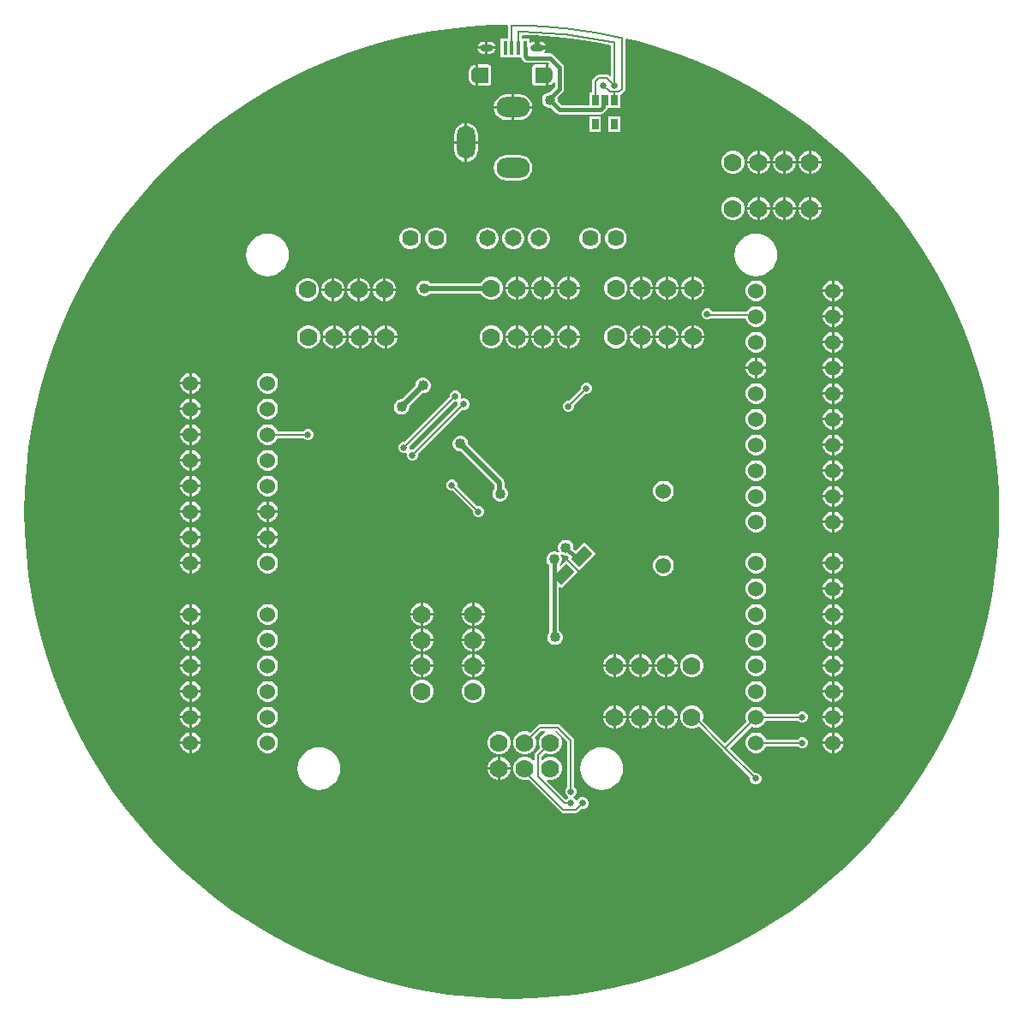
<source format=gbl>
G04*
G04 #@! TF.GenerationSoftware,Altium Limited,Altium Designer,24.2.2 (26)*
G04*
G04 Layer_Physical_Order=2*
G04 Layer_Color=16711680*
%FSLAX44Y44*%
%MOMM*%
G71*
G04*
G04 #@! TF.SameCoordinates,14A9DA51-42A2-44A4-A91A-1E31E54FDAF6*
G04*
G04*
G04 #@! TF.FilePolarity,Positive*
G04*
G01*
G75*
%ADD10C,0.5080*%
%ADD12C,0.1524*%
%ADD15C,0.3810*%
G04:AMPARAMS|DCode=34|XSize=1.1176mm|YSize=1.8034mm|CornerRadius=0mm|HoleSize=0mm|Usage=FLASHONLY|Rotation=135.000|XOffset=0mm|YOffset=0mm|HoleType=Round|Shape=Rectangle|*
%AMROTATEDRECTD34*
4,1,4,1.0327,0.2425,-0.2425,-1.0327,-1.0327,-0.2425,0.2425,1.0327,1.0327,0.2425,0.0*
%
%ADD34ROTATEDRECTD34*%

%ADD77C,1.7780*%
%ADD78C,1.6200*%
%ADD79C,1.5240*%
%ADD80O,0.7750X1.5500*%
%ADD81O,1.3000X0.6500*%
%ADD82O,1.8000X3.3000*%
%ADD83O,3.3020X2.0000*%
%ADD84C,1.6500*%
%ADD85C,0.6350*%
%ADD86C,1.5494*%
%ADD87C,1.0160*%
%ADD88R,1.5000X1.5500*%
%ADD89R,0.3810X1.3500*%
%ADD90R,0.6350X1.0000*%
G36*
X517084Y953773D02*
X538821Y952265D01*
X560465Y949754D01*
X581970Y946246D01*
X593442Y943826D01*
Y940109D01*
X593406Y939927D01*
Y914027D01*
X592233Y913541D01*
X591534Y914241D01*
X590441Y914970D01*
X589153Y915227D01*
X581660D01*
X581660Y915227D01*
X580372Y914970D01*
X579279Y914241D01*
X575367Y910329D01*
X574638Y909236D01*
X574381Y907948D01*
Y896856D01*
X572033D01*
Y884403D01*
X544406D01*
X540341Y888468D01*
X540385Y888632D01*
Y890638D01*
X540065Y891832D01*
X545749Y897516D01*
X545749Y897516D01*
X546731Y898986D01*
X547076Y900720D01*
Y922020D01*
X546731Y923754D01*
X545749Y925225D01*
X536592Y934382D01*
X535121Y935364D01*
X533387Y935709D01*
X527741D01*
X527355Y936979D01*
X527724Y937226D01*
X528986Y939114D01*
X520300D01*
Y941400D01*
X518014D01*
Y947303D01*
X517050D01*
X514791Y946854D01*
X514015Y946336D01*
X512745Y947014D01*
Y950690D01*
X505299D01*
Y953137D01*
X506207Y954025D01*
X517084Y953773D01*
D02*
G37*
G36*
X491933Y962924D02*
Y950690D01*
X484355D01*
Y932110D01*
X504026D01*
X504113Y931675D01*
X505095Y930204D01*
X507327Y927972D01*
X508797Y926990D01*
X510532Y926645D01*
X531156D01*
X532037Y925642D01*
X531978Y925515D01*
X531790Y925247D01*
X531570Y925092D01*
Y921985D01*
X531590Y921980D01*
X531850Y921910D01*
X532090Y921820D01*
X532330Y921720D01*
X532570Y921610D01*
X532800Y921480D01*
X533020Y921340D01*
X533240Y921200D01*
X533450Y921040D01*
X533650Y920870D01*
X533840Y920690D01*
X534020Y920500D01*
X534190Y920300D01*
X534350Y920090D01*
X534490Y919870D01*
X534630Y919650D01*
X534760Y919420D01*
X534870Y919180D01*
X534970Y918940D01*
X535060Y918700D01*
X535130Y918440D01*
X535190Y918190D01*
X535240Y917930D01*
X535270Y917670D01*
X535290Y917410D01*
X535300Y917150D01*
Y911650D01*
X535290Y911380D01*
X535270Y911120D01*
X535240Y910860D01*
X535190Y910600D01*
X535130Y910350D01*
X535060Y910100D01*
X534970Y909850D01*
X534870Y909610D01*
X534760Y909370D01*
X534630Y909140D01*
X534500Y908920D01*
X534350Y908710D01*
X534190Y908500D01*
X534020Y908300D01*
X533840Y908110D01*
X533650Y907930D01*
X533450Y907760D01*
X533240Y907600D01*
X533030Y907450D01*
X532810Y907320D01*
X532580Y907190D01*
X532340Y907080D01*
X532100Y906980D01*
X531850Y906890D01*
X531600Y906820D01*
X531570Y906813D01*
Y904167D01*
X531579Y904167D01*
X531839Y904217D01*
X531895Y904239D01*
X531954Y904242D01*
X532204Y904302D01*
X532249Y904322D01*
X532298Y904326D01*
X532548Y904396D01*
X532633Y904439D01*
X532727Y904453D01*
X532977Y904543D01*
X533032Y904577D01*
X533096Y904589D01*
X533336Y904689D01*
X533374Y904715D01*
X533419Y904726D01*
X533659Y904836D01*
X533749Y904901D01*
X533854Y904936D01*
X534084Y905065D01*
X534104Y905082D01*
X534128Y905090D01*
X534347Y905220D01*
X534432Y905296D01*
X534535Y905342D01*
X534745Y905492D01*
X534773Y905522D01*
X534810Y905540D01*
X535020Y905700D01*
X535066Y905753D01*
X535127Y905787D01*
X535327Y905957D01*
X535371Y906012D01*
X535431Y906050D01*
X535621Y906230D01*
X535662Y906288D01*
X535720Y906329D01*
X535900Y906519D01*
X535938Y906579D01*
X535993Y906623D01*
X536163Y906823D01*
X536197Y906884D01*
X536250Y906930D01*
X536410Y907140D01*
X536742Y907234D01*
X538012Y906454D01*
Y902598D01*
X532669Y897255D01*
X531762D01*
X529824Y896736D01*
X528086Y895732D01*
X526668Y894314D01*
X525664Y892576D01*
X525145Y890638D01*
Y888632D01*
X525664Y886694D01*
X526668Y884956D01*
X528086Y883538D01*
X529824Y882534D01*
X531762Y882015D01*
X533768D01*
X533932Y882059D01*
X539324Y876666D01*
X540795Y875684D01*
X542529Y875339D01*
X542529Y875339D01*
X582764D01*
X584498Y875684D01*
X585969Y876666D01*
X589183Y879880D01*
X590165Y881350D01*
X590250Y881776D01*
X602463D01*
Y894666D01*
X603345Y895255D01*
X606647Y898557D01*
X607376Y899650D01*
X607633Y900938D01*
Y949565D01*
X608827Y950580D01*
X619965Y947855D01*
X640140Y941974D01*
X660040Y935219D01*
X679626Y927603D01*
X698861Y919139D01*
X717709Y909844D01*
X736134Y899736D01*
X754100Y888834D01*
X771573Y877159D01*
X788521Y864732D01*
X804910Y851579D01*
X820710Y837722D01*
X835890Y823190D01*
X850422Y808010D01*
X864279Y792210D01*
X877432Y775820D01*
X889859Y758873D01*
X901534Y741400D01*
X912436Y723434D01*
X922544Y705009D01*
X931839Y686161D01*
X940303Y666926D01*
X947919Y647340D01*
X954674Y627440D01*
X960555Y607265D01*
X965550Y586852D01*
X969650Y566241D01*
X972847Y545470D01*
X975134Y524580D01*
X976509Y503610D01*
X976959Y482995D01*
X976880Y482600D01*
X976959Y482205D01*
X976509Y461590D01*
X975134Y440620D01*
X972847Y419730D01*
X969650Y398959D01*
X965550Y378348D01*
X960555Y357935D01*
X954674Y337760D01*
X947919Y317860D01*
X940303Y298274D01*
X931839Y279039D01*
X922544Y260191D01*
X912436Y241766D01*
X901534Y223800D01*
X889859Y206327D01*
X877432Y189380D01*
X864279Y172990D01*
X850422Y157190D01*
X835890Y142010D01*
X820710Y127478D01*
X804910Y113621D01*
X788521Y100468D01*
X771573Y88041D01*
X754100Y76366D01*
X736134Y65464D01*
X717709Y55356D01*
X698861Y46061D01*
X679626Y37597D01*
X660040Y29981D01*
X640140Y23226D01*
X619965Y17345D01*
X599552Y12350D01*
X578941Y8250D01*
X558170Y5053D01*
X537280Y2766D01*
X516310Y1391D01*
X495695Y941D01*
X495300Y1020D01*
X494905Y941D01*
X474290Y1391D01*
X453320Y2766D01*
X432430Y5053D01*
X411659Y8250D01*
X391048Y12350D01*
X370635Y17345D01*
X350460Y23226D01*
X330560Y29981D01*
X310974Y37597D01*
X291739Y46061D01*
X272891Y55356D01*
X254466Y65464D01*
X236500Y76366D01*
X219027Y88041D01*
X202080Y100468D01*
X185690Y113621D01*
X169890Y127478D01*
X154710Y142010D01*
X140178Y157190D01*
X126321Y172990D01*
X113168Y189380D01*
X100741Y206327D01*
X89066Y223800D01*
X78164Y241766D01*
X68056Y260191D01*
X58761Y279039D01*
X50297Y298274D01*
X42681Y317860D01*
X35926Y337760D01*
X30045Y357935D01*
X25050Y378348D01*
X20950Y398959D01*
X17753Y419730D01*
X15466Y440620D01*
X14091Y461590D01*
X13641Y482205D01*
X13720Y482600D01*
X13641Y482995D01*
X14091Y503610D01*
X15466Y524580D01*
X17753Y545470D01*
X20950Y566241D01*
X25050Y586852D01*
X30045Y607265D01*
X35926Y627440D01*
X42681Y647340D01*
X50297Y666926D01*
X58761Y686161D01*
X68056Y705009D01*
X78164Y723434D01*
X89066Y741400D01*
X100741Y758873D01*
X113168Y775820D01*
X126321Y792210D01*
X140178Y808010D01*
X154710Y823190D01*
X169890Y837722D01*
X185690Y851579D01*
X202080Y864732D01*
X219027Y877159D01*
X236500Y888834D01*
X254466Y899736D01*
X272891Y909844D01*
X291739Y919139D01*
X310974Y927603D01*
X330560Y935219D01*
X350460Y941974D01*
X370635Y947855D01*
X391048Y952850D01*
X411659Y956950D01*
X432430Y960147D01*
X453320Y962434D01*
X474290Y963809D01*
X490934Y964172D01*
X491933Y962924D01*
D02*
G37*
%LPC*%
G36*
X523550Y947303D02*
X522586D01*
Y943686D01*
X528986D01*
X527724Y945574D01*
X525809Y946854D01*
X523550Y947303D01*
D02*
G37*
G36*
X473550D02*
X471570D01*
Y942670D01*
X479201D01*
X479004Y943659D01*
X477724Y945574D01*
X475809Y946854D01*
X473550Y947303D01*
D02*
G37*
G36*
X469030D02*
X467050D01*
X464791Y946854D01*
X462876Y945574D01*
X461596Y943659D01*
X461399Y942670D01*
X469030D01*
Y947303D01*
D02*
G37*
G36*
X479201Y940130D02*
X471570D01*
Y935497D01*
X473550D01*
X475809Y935946D01*
X477724Y937226D01*
X479004Y939141D01*
X479201Y940130D01*
D02*
G37*
G36*
X469030D02*
X461399D01*
X461596Y939141D01*
X462876Y937226D01*
X464791Y935946D01*
X467050Y935497D01*
X469030D01*
Y940130D01*
D02*
G37*
G36*
X518350Y924790D02*
X518300D01*
X517309Y924593D01*
X516469Y924031D01*
X515907Y923191D01*
X515710Y922200D01*
Y906650D01*
X515907Y905659D01*
X516469Y904819D01*
X517309Y904257D01*
X518300Y904060D01*
X529030D01*
Y906650D01*
X518300D01*
Y922200D01*
X518350D01*
Y922150D01*
X529030D01*
Y924740D01*
X518601D01*
X518350Y924790D01*
D02*
G37*
G36*
X461570Y919814D02*
Y914400D01*
Y908993D01*
X461660Y909050D01*
X461770Y909130D01*
X461870Y909210D01*
X461970Y909290D01*
X462070Y909380D01*
X462160Y909480D01*
X462240Y909580D01*
X462320Y909680D01*
X462400Y909790D01*
X462470Y909900D01*
X462530Y910020D01*
X462580Y910130D01*
X462630Y910250D01*
X462680Y910380D01*
X462710Y910500D01*
X462750Y910630D01*
X462770Y910760D01*
X462790Y910890D01*
X462800Y911020D01*
Y911150D01*
Y911250D01*
Y917550D01*
Y917650D01*
Y917790D01*
X462790Y917920D01*
X462770Y918050D01*
X462750Y918180D01*
X462720Y918310D01*
X462680Y918430D01*
X462630Y918550D01*
X462580Y918670D01*
X462530Y918790D01*
X462470Y918910D01*
X462400Y919020D01*
X462320Y919120D01*
X462250Y919230D01*
X462160Y919330D01*
X462070Y919420D01*
X461980Y919510D01*
X461880Y919600D01*
X461770Y919670D01*
X461670Y919750D01*
X461570Y919814D01*
D02*
G37*
G36*
X459030Y919814D02*
X458930Y919750D01*
X458830Y919670D01*
X458720Y919600D01*
X458620Y919510D01*
X458530Y919420D01*
X458440Y919330D01*
X458350Y919230D01*
X458280Y919120D01*
X458200Y919020D01*
X458130Y918910D01*
X458070Y918790D01*
X458020Y918670D01*
X457970Y918550D01*
X457920Y918430D01*
X457880Y918310D01*
X457850Y918180D01*
X457830Y918050D01*
X457810Y917920D01*
X457800Y917790D01*
Y917650D01*
Y911150D01*
Y911020D01*
X457810Y910890D01*
X457830Y910760D01*
X457850Y910630D01*
X457890Y910500D01*
X457920Y910380D01*
X457970Y910250D01*
X458020Y910130D01*
X458070Y910020D01*
X458130Y909900D01*
X458200Y909790D01*
X458280Y909680D01*
X458360Y909580D01*
X458440Y909480D01*
X458530Y909380D01*
X458630Y909290D01*
X458730Y909210D01*
X458830Y909130D01*
X458940Y909050D01*
X459030Y908993D01*
Y914400D01*
Y919814D01*
D02*
G37*
G36*
X529030Y919807D02*
X528940Y919750D01*
X528830Y919670D01*
X528730Y919590D01*
X528630Y919510D01*
X528530Y919420D01*
X528440Y919320D01*
X528360Y919220D01*
X528280Y919120D01*
X528200Y919010D01*
X528130Y918900D01*
X528070Y918780D01*
X528020Y918670D01*
X527970Y918550D01*
X527920Y918420D01*
X527890Y918300D01*
X527850Y918170D01*
X527830Y918040D01*
X527810Y917910D01*
X527800Y917780D01*
Y917650D01*
Y917550D01*
Y911250D01*
Y911150D01*
Y911010D01*
X527810Y910880D01*
X527830Y910750D01*
X527850Y910620D01*
X527880Y910490D01*
X527920Y910370D01*
X527970Y910250D01*
X528020Y910130D01*
X528070Y910010D01*
X528130Y909890D01*
X528200Y909780D01*
X528280Y909680D01*
X528350Y909570D01*
X528440Y909470D01*
X528530Y909380D01*
X528620Y909290D01*
X528720Y909200D01*
X528830Y909130D01*
X528930Y909050D01*
X529030Y908986D01*
Y914400D01*
Y919807D01*
D02*
G37*
G36*
X531570D02*
Y914400D01*
Y908986D01*
X531670Y909050D01*
X531770Y909130D01*
X531880Y909200D01*
X531980Y909290D01*
X532070Y909380D01*
X532160Y909470D01*
X532250Y909570D01*
X532320Y909680D01*
X532400Y909780D01*
X532470Y909890D01*
X532530Y910010D01*
X532580Y910130D01*
X532630Y910250D01*
X532680Y910370D01*
X532720Y910490D01*
X532750Y910620D01*
X532770Y910750D01*
X532790Y910880D01*
X532800Y911010D01*
Y911150D01*
Y917650D01*
Y917780D01*
X532790Y917910D01*
X532770Y918040D01*
X532750Y918170D01*
X532710Y918300D01*
X532680Y918420D01*
X532630Y918550D01*
X532580Y918670D01*
X532530Y918780D01*
X532470Y918900D01*
X532400Y919010D01*
X532320Y919120D01*
X532240Y919220D01*
X532160Y919320D01*
X532070Y919420D01*
X531970Y919510D01*
X531870Y919590D01*
X531770Y919670D01*
X531660Y919750D01*
X531570Y919807D01*
D02*
G37*
G36*
X472300Y924740D02*
X461570D01*
Y922150D01*
X472300D01*
Y906600D01*
X472250D01*
Y906650D01*
X461570D01*
Y904060D01*
X471999D01*
X472250Y904010D01*
X472300D01*
X473291Y904207D01*
X474131Y904769D01*
X474693Y905609D01*
X474890Y906600D01*
Y922150D01*
X474693Y923141D01*
X474131Y923981D01*
X473291Y924543D01*
X472300Y924740D01*
D02*
G37*
G36*
X459021Y924633D02*
X458761Y924583D01*
X458705Y924561D01*
X458646Y924558D01*
X458396Y924498D01*
X458351Y924478D01*
X458302Y924474D01*
X458052Y924404D01*
X457967Y924361D01*
X457873Y924347D01*
X457623Y924257D01*
X457567Y924223D01*
X457504Y924211D01*
X457264Y924110D01*
X457226Y924085D01*
X457181Y924074D01*
X456941Y923964D01*
X456851Y923899D01*
X456746Y923865D01*
X456516Y923735D01*
X456497Y923718D01*
X456473Y923710D01*
X456253Y923580D01*
X456168Y923504D01*
X456065Y923457D01*
X455855Y923307D01*
X455827Y923278D01*
X455790Y923260D01*
X455580Y923100D01*
X455534Y923047D01*
X455473Y923013D01*
X455273Y922843D01*
X455229Y922788D01*
X455169Y922750D01*
X454979Y922570D01*
X454938Y922512D01*
X454880Y922471D01*
X454700Y922281D01*
X454662Y922221D01*
X454607Y922177D01*
X454437Y921977D01*
X454403Y921916D01*
X454350Y921870D01*
X454190Y921660D01*
X454172Y921623D01*
X454142Y921595D01*
X453993Y921385D01*
X453946Y921282D01*
X453870Y921198D01*
X453740Y920977D01*
X453732Y920954D01*
X453715Y920934D01*
X453585Y920704D01*
X453551Y920599D01*
X453486Y920509D01*
X453376Y920269D01*
X453365Y920224D01*
X453340Y920186D01*
X453240Y919946D01*
X453227Y919883D01*
X453193Y919827D01*
X453103Y919577D01*
X453089Y919483D01*
X453046Y919398D01*
X452976Y919148D01*
X452972Y919099D01*
X452952Y919054D01*
X452892Y918804D01*
X452889Y918745D01*
X452867Y918689D01*
X452817Y918429D01*
X452817Y918331D01*
X452787Y918237D01*
X452757Y917977D01*
X452761Y917927D01*
X452748Y917878D01*
X452728Y917618D01*
X452734Y917567D01*
X452722Y917516D01*
X452712Y917246D01*
X452720Y917198D01*
X452710Y917150D01*
Y911650D01*
X452720Y911600D01*
X452712Y911550D01*
X452722Y911290D01*
X452734Y911241D01*
X452728Y911191D01*
X452748Y910931D01*
X452761Y910883D01*
X452757Y910833D01*
X452787Y910573D01*
X452817Y910479D01*
X452817Y910381D01*
X452867Y910121D01*
X452889Y910065D01*
X452892Y910006D01*
X452952Y909756D01*
X452967Y909723D01*
X452969Y909687D01*
X453039Y909427D01*
X453095Y909314D01*
X453115Y909191D01*
X453205Y908951D01*
X453230Y908911D01*
X453240Y908864D01*
X453340Y908624D01*
X453365Y908586D01*
X453376Y908541D01*
X453486Y908301D01*
X453551Y908211D01*
X453586Y908106D01*
X453716Y907876D01*
X453760Y907824D01*
X453785Y907759D01*
X453925Y907540D01*
X453925Y907540D01*
X454065Y907320D01*
X454142Y907240D01*
X454190Y907140D01*
X454350Y906930D01*
X454403Y906884D01*
X454437Y906823D01*
X454607Y906623D01*
X454662Y906579D01*
X454700Y906519D01*
X454880Y906329D01*
X454938Y906288D01*
X454979Y906230D01*
X455169Y906050D01*
X455229Y906012D01*
X455273Y905957D01*
X455473Y905787D01*
X455534Y905753D01*
X455580Y905700D01*
X455790Y905540D01*
X455890Y905491D01*
X455970Y905415D01*
X456190Y905275D01*
X456409Y905135D01*
X456474Y905110D01*
X456526Y905065D01*
X456756Y904936D01*
X456861Y904901D01*
X456951Y904836D01*
X457191Y904726D01*
X457236Y904715D01*
X457274Y904689D01*
X457514Y904589D01*
X457560Y904580D01*
X457601Y904555D01*
X457841Y904465D01*
X457964Y904445D01*
X458077Y904389D01*
X458337Y904319D01*
X458373Y904317D01*
X458406Y904302D01*
X458656Y904242D01*
X458715Y904239D01*
X458771Y904217D01*
X459030Y904167D01*
Y906815D01*
X459010Y906820D01*
X458750Y906890D01*
X458510Y906980D01*
X458270Y907080D01*
X458030Y907190D01*
X457800Y907320D01*
X457580Y907460D01*
X457360Y907600D01*
X457150Y907760D01*
X456950Y907930D01*
X456760Y908110D01*
X456580Y908300D01*
X456410Y908500D01*
X456250Y908710D01*
X456110Y908930D01*
X455970Y909150D01*
X455840Y909380D01*
X455730Y909620D01*
X455630Y909860D01*
X455540Y910100D01*
X455470Y910360D01*
X455410Y910610D01*
X455360Y910870D01*
X455330Y911130D01*
X455310Y911390D01*
X455300Y911650D01*
Y917150D01*
X455310Y917420D01*
X455330Y917680D01*
X455360Y917940D01*
X455410Y918200D01*
X455470Y918450D01*
X455540Y918700D01*
X455630Y918950D01*
X455730Y919190D01*
X455840Y919430D01*
X455970Y919660D01*
X456100Y919880D01*
X456250Y920090D01*
X456410Y920300D01*
X456580Y920500D01*
X456760Y920690D01*
X456950Y920870D01*
X457150Y921040D01*
X457360Y921200D01*
X457570Y921350D01*
X457790Y921480D01*
X458020Y921610D01*
X458260Y921720D01*
X458500Y921820D01*
X458750Y921910D01*
X459000Y921980D01*
X459030Y921987D01*
Y924633D01*
X459021Y924633D01*
D02*
G37*
G36*
X503080Y895298D02*
X497840D01*
Y883920D01*
X515561D01*
X515297Y885924D01*
X514034Y888974D01*
X512024Y891594D01*
X509404Y893604D01*
X506354Y894867D01*
X503080Y895298D01*
D02*
G37*
G36*
X495300D02*
X490060D01*
X486786Y894867D01*
X483736Y893604D01*
X481116Y891594D01*
X479106Y888974D01*
X477843Y885924D01*
X477579Y883920D01*
X495300D01*
Y895298D01*
D02*
G37*
G36*
X515561Y881380D02*
X497840D01*
Y870002D01*
X503080D01*
X506354Y870433D01*
X509404Y871696D01*
X512024Y873706D01*
X514034Y876326D01*
X515297Y879376D01*
X515561Y881380D01*
D02*
G37*
G36*
X495300D02*
X477579D01*
X477843Y879376D01*
X479106Y876326D01*
X481116Y873706D01*
X483736Y871696D01*
X486786Y870433D01*
X490060Y870002D01*
X495300D01*
Y881380D01*
D02*
G37*
G36*
X602463Y873231D02*
X591033D01*
Y858151D01*
X602463D01*
Y873231D01*
D02*
G37*
G36*
X583463D02*
X572033D01*
Y858151D01*
X583463D01*
Y873231D01*
D02*
G37*
G36*
X451340Y866622D02*
Y848920D01*
X461710D01*
Y855150D01*
X461313Y858163D01*
X460150Y860970D01*
X458300Y863380D01*
X455890Y865230D01*
X453083Y866393D01*
X451340Y866622D01*
D02*
G37*
G36*
X448800D02*
X447057Y866393D01*
X444250Y865230D01*
X441840Y863380D01*
X439990Y860970D01*
X438827Y858163D01*
X438430Y855150D01*
Y848920D01*
X448800D01*
Y866622D01*
D02*
G37*
G36*
X791445Y839470D02*
X791210D01*
Y829310D01*
X801370D01*
Y829545D01*
X800591Y832452D01*
X799086Y835058D01*
X796958Y837186D01*
X794352Y838691D01*
X791445Y839470D01*
D02*
G37*
G36*
X788670D02*
X788435D01*
X785528Y838691D01*
X782922Y837186D01*
X780794Y835058D01*
X779289Y832452D01*
X778510Y829545D01*
Y829310D01*
X788670D01*
Y839470D01*
D02*
G37*
G36*
X766045D02*
X765810D01*
Y829310D01*
X775970D01*
Y829545D01*
X775191Y832452D01*
X773686Y835058D01*
X771558Y837186D01*
X768952Y838691D01*
X766045Y839470D01*
D02*
G37*
G36*
X763270D02*
X763035D01*
X760128Y838691D01*
X757522Y837186D01*
X755394Y835058D01*
X753889Y832452D01*
X753110Y829545D01*
Y829310D01*
X763270D01*
Y839470D01*
D02*
G37*
G36*
X740645D02*
X740410D01*
Y829310D01*
X750570D01*
Y829545D01*
X749791Y832452D01*
X748286Y835058D01*
X746158Y837186D01*
X743552Y838691D01*
X740645Y839470D01*
D02*
G37*
G36*
X737870D02*
X737635D01*
X734728Y838691D01*
X732122Y837186D01*
X729994Y835058D01*
X728489Y832452D01*
X727710Y829545D01*
Y829310D01*
X737870D01*
Y839470D01*
D02*
G37*
G36*
X461710Y846380D02*
X451340D01*
Y828678D01*
X453083Y828907D01*
X455890Y830070D01*
X458300Y831920D01*
X460150Y834330D01*
X461313Y837137D01*
X461710Y840150D01*
Y846380D01*
D02*
G37*
G36*
X448800D02*
X438430D01*
Y840150D01*
X438827Y837137D01*
X439990Y834330D01*
X441840Y831920D01*
X444250Y830070D01*
X447057Y828907D01*
X448800Y828678D01*
Y846380D01*
D02*
G37*
G36*
X801370Y826770D02*
X791210D01*
Y816610D01*
X791445D01*
X794352Y817389D01*
X796958Y818894D01*
X799086Y821022D01*
X800591Y823628D01*
X801370Y826535D01*
Y826770D01*
D02*
G37*
G36*
X788670D02*
X778510D01*
Y826535D01*
X779289Y823628D01*
X780794Y821022D01*
X782922Y818894D01*
X785528Y817389D01*
X788435Y816610D01*
X788670D01*
Y826770D01*
D02*
G37*
G36*
X775970D02*
X765810D01*
Y816610D01*
X766045D01*
X768952Y817389D01*
X771558Y818894D01*
X773686Y821022D01*
X775191Y823628D01*
X775970Y826535D01*
Y826770D01*
D02*
G37*
G36*
X763270D02*
X753110D01*
Y826535D01*
X753889Y823628D01*
X755394Y821022D01*
X757522Y818894D01*
X760128Y817389D01*
X763035Y816610D01*
X763270D01*
Y826770D01*
D02*
G37*
G36*
X750570D02*
X740410D01*
Y816610D01*
X740645D01*
X743552Y817389D01*
X746158Y818894D01*
X748286Y821022D01*
X749791Y823628D01*
X750570Y826535D01*
Y826770D01*
D02*
G37*
G36*
X737870D02*
X727710D01*
Y826535D01*
X728489Y823628D01*
X729994Y821022D01*
X732122Y818894D01*
X734728Y817389D01*
X737635Y816610D01*
X737870D01*
Y826770D01*
D02*
G37*
G36*
X715245Y839470D02*
X712235D01*
X709328Y838691D01*
X706722Y837186D01*
X704594Y835058D01*
X703089Y832452D01*
X702310Y829545D01*
Y826535D01*
X703089Y823628D01*
X704594Y821022D01*
X706722Y818894D01*
X709328Y817389D01*
X712235Y816610D01*
X715245D01*
X718152Y817389D01*
X720758Y818894D01*
X722886Y821022D01*
X724391Y823628D01*
X725170Y826535D01*
Y829545D01*
X724391Y832452D01*
X722886Y835058D01*
X720758Y837186D01*
X718152Y838691D01*
X715245Y839470D01*
D02*
G37*
G36*
X503080Y835298D02*
X490060D01*
X486786Y834867D01*
X483736Y833604D01*
X481116Y831594D01*
X479106Y828974D01*
X477843Y825924D01*
X477412Y822650D01*
X477843Y819376D01*
X479106Y816326D01*
X481116Y813706D01*
X483736Y811696D01*
X486786Y810433D01*
X490060Y810002D01*
X503080D01*
X506354Y810433D01*
X509404Y811696D01*
X512024Y813706D01*
X514034Y816326D01*
X515297Y819376D01*
X515728Y822650D01*
X515297Y825924D01*
X514034Y828974D01*
X512024Y831594D01*
X509404Y833604D01*
X506354Y834867D01*
X503080Y835298D01*
D02*
G37*
G36*
X791445Y793750D02*
X791210D01*
Y783590D01*
X801370D01*
Y783825D01*
X800591Y786732D01*
X799086Y789338D01*
X796958Y791466D01*
X794352Y792971D01*
X791445Y793750D01*
D02*
G37*
G36*
X788670D02*
X788435D01*
X785528Y792971D01*
X782922Y791466D01*
X780794Y789338D01*
X779289Y786732D01*
X778510Y783825D01*
Y783590D01*
X788670D01*
Y793750D01*
D02*
G37*
G36*
X766045D02*
X765810D01*
Y783590D01*
X775970D01*
Y783825D01*
X775191Y786732D01*
X773686Y789338D01*
X771558Y791466D01*
X768952Y792971D01*
X766045Y793750D01*
D02*
G37*
G36*
X763270D02*
X763035D01*
X760128Y792971D01*
X757522Y791466D01*
X755394Y789338D01*
X753889Y786732D01*
X753110Y783825D01*
Y783590D01*
X763270D01*
Y793750D01*
D02*
G37*
G36*
X740645D02*
X740410D01*
Y783590D01*
X750570D01*
Y783825D01*
X749791Y786732D01*
X748286Y789338D01*
X746158Y791466D01*
X743552Y792971D01*
X740645Y793750D01*
D02*
G37*
G36*
X737870D02*
X737635D01*
X734728Y792971D01*
X732122Y791466D01*
X729994Y789338D01*
X728489Y786732D01*
X727710Y783825D01*
Y783590D01*
X737870D01*
Y793750D01*
D02*
G37*
G36*
X801370Y781050D02*
X791210D01*
Y770890D01*
X791445D01*
X794352Y771669D01*
X796958Y773174D01*
X799086Y775302D01*
X800591Y777908D01*
X801370Y780815D01*
Y781050D01*
D02*
G37*
G36*
X788670D02*
X778510D01*
Y780815D01*
X779289Y777908D01*
X780794Y775302D01*
X782922Y773174D01*
X785528Y771669D01*
X788435Y770890D01*
X788670D01*
Y781050D01*
D02*
G37*
G36*
X775970D02*
X765810D01*
Y770890D01*
X766045D01*
X768952Y771669D01*
X771558Y773174D01*
X773686Y775302D01*
X775191Y777908D01*
X775970Y780815D01*
Y781050D01*
D02*
G37*
G36*
X763270D02*
X753110D01*
Y780815D01*
X753889Y777908D01*
X755394Y775302D01*
X757522Y773174D01*
X760128Y771669D01*
X763035Y770890D01*
X763270D01*
Y781050D01*
D02*
G37*
G36*
X750570D02*
X740410D01*
Y770890D01*
X740645D01*
X743552Y771669D01*
X746158Y773174D01*
X748286Y775302D01*
X749791Y777908D01*
X750570Y780815D01*
Y781050D01*
D02*
G37*
G36*
X737870D02*
X727710D01*
Y780815D01*
X728489Y777908D01*
X729994Y775302D01*
X732122Y773174D01*
X734728Y771669D01*
X737635Y770890D01*
X737870D01*
Y781050D01*
D02*
G37*
G36*
X715245Y793750D02*
X712235D01*
X709328Y792971D01*
X706722Y791466D01*
X704594Y789338D01*
X703089Y786732D01*
X702310Y783825D01*
Y780815D01*
X703089Y777908D01*
X704594Y775302D01*
X706722Y773174D01*
X709328Y771669D01*
X712235Y770890D01*
X715245D01*
X718152Y771669D01*
X720758Y773174D01*
X722886Y775302D01*
X724391Y777908D01*
X725170Y780815D01*
Y783825D01*
X724391Y786732D01*
X722886Y789338D01*
X720758Y791466D01*
X718152Y792971D01*
X715245Y793750D01*
D02*
G37*
G36*
X599571Y763496D02*
X596769D01*
X594063Y762771D01*
X591637Y761370D01*
X589656Y759389D01*
X588255Y756963D01*
X587530Y754257D01*
Y751455D01*
X588255Y748749D01*
X589656Y746323D01*
X591637Y744342D01*
X594063Y742941D01*
X596769Y742216D01*
X599571D01*
X602277Y742941D01*
X604703Y744342D01*
X606684Y746323D01*
X608085Y748749D01*
X608810Y751455D01*
Y754257D01*
X608085Y756963D01*
X606684Y759389D01*
X604703Y761370D01*
X602277Y762771D01*
X599571Y763496D01*
D02*
G37*
G36*
X574171D02*
X571369D01*
X568663Y762771D01*
X566237Y761370D01*
X564256Y759389D01*
X562855Y756963D01*
X562130Y754257D01*
Y751455D01*
X562855Y748749D01*
X564256Y746323D01*
X566237Y744342D01*
X568663Y742941D01*
X571369Y742216D01*
X574171D01*
X576877Y742941D01*
X579303Y744342D01*
X581284Y746323D01*
X582685Y748749D01*
X583410Y751455D01*
Y754257D01*
X582685Y756963D01*
X581284Y759389D01*
X579303Y761370D01*
X576877Y762771D01*
X574171Y763496D01*
D02*
G37*
G36*
X421771D02*
X418969D01*
X416263Y762771D01*
X413837Y761370D01*
X411856Y759389D01*
X410455Y756963D01*
X409730Y754257D01*
Y751455D01*
X410455Y748749D01*
X411856Y746323D01*
X413837Y744342D01*
X416263Y742941D01*
X418969Y742216D01*
X421771D01*
X424477Y742941D01*
X426903Y744342D01*
X428884Y746323D01*
X430285Y748749D01*
X431010Y751455D01*
Y754257D01*
X430285Y756963D01*
X428884Y759389D01*
X426903Y761370D01*
X424477Y762771D01*
X421771Y763496D01*
D02*
G37*
G36*
X396371D02*
X393569D01*
X390863Y762771D01*
X388437Y761370D01*
X386456Y759389D01*
X385055Y756963D01*
X384330Y754257D01*
Y751455D01*
X385055Y748749D01*
X386456Y746323D01*
X388437Y744342D01*
X390863Y742941D01*
X393569Y742216D01*
X396371D01*
X399077Y742941D01*
X401503Y744342D01*
X403484Y746323D01*
X404885Y748749D01*
X405610Y751455D01*
Y754257D01*
X404885Y756963D01*
X403484Y759389D01*
X401503Y761370D01*
X399077Y762771D01*
X396371Y763496D01*
D02*
G37*
G36*
X523391Y763646D02*
X520550D01*
X517805Y762911D01*
X515345Y761490D01*
X513336Y759481D01*
X511915Y757021D01*
X511180Y754277D01*
Y751435D01*
X511915Y748691D01*
X513336Y746231D01*
X515345Y744222D01*
X517805Y742801D01*
X520550Y742066D01*
X523391D01*
X526135Y742801D01*
X528595Y744222D01*
X530604Y746231D01*
X532025Y748691D01*
X532760Y751435D01*
Y754277D01*
X532025Y757021D01*
X530604Y759481D01*
X528595Y761490D01*
X526135Y762911D01*
X523391Y763646D01*
D02*
G37*
G36*
X497990D02*
X495149D01*
X492405Y762911D01*
X489945Y761490D01*
X487936Y759481D01*
X486515Y757021D01*
X485780Y754277D01*
Y751435D01*
X486515Y748691D01*
X487936Y746231D01*
X489945Y744222D01*
X492405Y742801D01*
X495149Y742066D01*
X497990D01*
X500735Y742801D01*
X503195Y744222D01*
X505204Y746231D01*
X506625Y748691D01*
X507360Y751435D01*
Y754277D01*
X506625Y757021D01*
X505204Y759481D01*
X503195Y761490D01*
X500735Y762911D01*
X497990Y763646D01*
D02*
G37*
G36*
X472590D02*
X469749D01*
X467005Y762911D01*
X464545Y761490D01*
X462536Y759481D01*
X461115Y757021D01*
X460380Y754277D01*
Y751435D01*
X461115Y748691D01*
X462536Y746231D01*
X464545Y744222D01*
X467005Y742801D01*
X469749Y742066D01*
X472590D01*
X475335Y742801D01*
X477795Y744222D01*
X479804Y746231D01*
X481225Y748691D01*
X481960Y751435D01*
Y754277D01*
X481225Y757021D01*
X479804Y759481D01*
X477795Y761490D01*
X475335Y762911D01*
X472590Y763646D01*
D02*
G37*
G36*
X736600Y757782D02*
X732468Y757375D01*
X728494Y756170D01*
X724832Y754212D01*
X721622Y751578D01*
X718988Y748368D01*
X717030Y744706D01*
X715825Y740732D01*
X715418Y736600D01*
X715825Y732468D01*
X717030Y728494D01*
X718988Y724832D01*
X721622Y721622D01*
X724832Y718988D01*
X728494Y717030D01*
X732468Y715825D01*
X736600Y715418D01*
X740732Y715825D01*
X744706Y717030D01*
X748368Y718988D01*
X751578Y721622D01*
X754212Y724832D01*
X756170Y728494D01*
X757375Y732468D01*
X757782Y736600D01*
X757375Y740732D01*
X756170Y744706D01*
X754212Y748368D01*
X751578Y751578D01*
X748368Y754212D01*
X744706Y756170D01*
X740732Y757375D01*
X736600Y757782D01*
D02*
G37*
G36*
X254000D02*
X249868Y757375D01*
X245894Y756170D01*
X242232Y754212D01*
X239022Y751578D01*
X236388Y748368D01*
X234430Y744706D01*
X233225Y740732D01*
X232818Y736600D01*
X233225Y732468D01*
X234430Y728494D01*
X236388Y724832D01*
X239022Y721622D01*
X242232Y718988D01*
X245894Y717030D01*
X249868Y715825D01*
X254000Y715418D01*
X258132Y715825D01*
X262106Y717030D01*
X265768Y718988D01*
X268978Y721622D01*
X271612Y724832D01*
X273570Y728494D01*
X274775Y732468D01*
X275182Y736600D01*
X274775Y740732D01*
X273570Y744706D01*
X271612Y748368D01*
X268978Y751578D01*
X265768Y754212D01*
X262106Y756170D01*
X258132Y757375D01*
X254000Y757782D01*
D02*
G37*
G36*
X476485Y715010D02*
X473475D01*
X470568Y714231D01*
X467962Y712726D01*
X465834Y710598D01*
X464772Y708760D01*
X414537D01*
X413619Y709678D01*
X411881Y710681D01*
X409943Y711200D01*
X407937D01*
X405999Y710681D01*
X404261Y709678D01*
X402842Y708259D01*
X401839Y706521D01*
X401320Y704583D01*
Y702577D01*
X401839Y700639D01*
X402842Y698901D01*
X404261Y697483D01*
X405999Y696479D01*
X407937Y695960D01*
X409943D01*
X411881Y696479D01*
X413619Y697483D01*
X414537Y698400D01*
X464772D01*
X465834Y696562D01*
X467962Y694434D01*
X470568Y692929D01*
X473475Y692150D01*
X476485D01*
X479392Y692929D01*
X481998Y694434D01*
X484126Y696562D01*
X485631Y699168D01*
X486410Y702075D01*
Y705085D01*
X485631Y707992D01*
X484126Y710598D01*
X481998Y712726D01*
X479392Y714231D01*
X476485Y715010D01*
D02*
G37*
G36*
X675875D02*
X675640D01*
Y704850D01*
X685800D01*
Y705085D01*
X685021Y707992D01*
X683516Y710598D01*
X681388Y712726D01*
X678782Y714231D01*
X675875Y715010D01*
D02*
G37*
G36*
X673100D02*
X672865D01*
X669958Y714231D01*
X667352Y712726D01*
X665224Y710598D01*
X663719Y707992D01*
X662940Y705085D01*
Y704850D01*
X673100D01*
Y715010D01*
D02*
G37*
G36*
X650475D02*
X650240D01*
Y704850D01*
X660400D01*
Y705085D01*
X659621Y707992D01*
X658116Y710598D01*
X655988Y712726D01*
X653382Y714231D01*
X650475Y715010D01*
D02*
G37*
G36*
X647700D02*
X647465D01*
X644558Y714231D01*
X641952Y712726D01*
X639824Y710598D01*
X638319Y707992D01*
X637540Y705085D01*
Y704850D01*
X647700D01*
Y715010D01*
D02*
G37*
G36*
X625075D02*
X624840D01*
Y704850D01*
X635000D01*
Y705085D01*
X634221Y707992D01*
X632716Y710598D01*
X630588Y712726D01*
X627982Y714231D01*
X625075Y715010D01*
D02*
G37*
G36*
X622300D02*
X622065D01*
X619158Y714231D01*
X616552Y712726D01*
X614424Y710598D01*
X612919Y707992D01*
X612140Y705085D01*
Y704850D01*
X622300D01*
Y715010D01*
D02*
G37*
G36*
X552685D02*
X552450D01*
Y704850D01*
X562610D01*
Y705085D01*
X561831Y707992D01*
X560326Y710598D01*
X558198Y712726D01*
X555592Y714231D01*
X552685Y715010D01*
D02*
G37*
G36*
X549910D02*
X549675D01*
X546768Y714231D01*
X544162Y712726D01*
X542034Y710598D01*
X540529Y707992D01*
X539750Y705085D01*
Y704850D01*
X549910D01*
Y715010D01*
D02*
G37*
G36*
X527285D02*
X527050D01*
Y704850D01*
X537210D01*
Y705085D01*
X536431Y707992D01*
X534926Y710598D01*
X532798Y712726D01*
X530192Y714231D01*
X527285Y715010D01*
D02*
G37*
G36*
X524510D02*
X524275D01*
X521368Y714231D01*
X518762Y712726D01*
X516634Y710598D01*
X515129Y707992D01*
X514350Y705085D01*
Y704850D01*
X524510D01*
Y715010D01*
D02*
G37*
G36*
X501885D02*
X501650D01*
Y704850D01*
X511810D01*
Y705085D01*
X511031Y707992D01*
X509526Y710598D01*
X507398Y712726D01*
X504792Y714231D01*
X501885Y715010D01*
D02*
G37*
G36*
X499110D02*
X498875D01*
X495968Y714231D01*
X493362Y712726D01*
X491234Y710598D01*
X489729Y707992D01*
X488950Y705085D01*
Y704850D01*
X499110D01*
Y715010D01*
D02*
G37*
G36*
X371075Y713486D02*
X370840D01*
Y703326D01*
X381000D01*
Y703561D01*
X380221Y706468D01*
X378716Y709074D01*
X376588Y711202D01*
X373982Y712707D01*
X371075Y713486D01*
D02*
G37*
G36*
X368300D02*
X368065D01*
X365158Y712707D01*
X362552Y711202D01*
X360424Y709074D01*
X358919Y706468D01*
X358140Y703561D01*
Y703326D01*
X368300D01*
Y713486D01*
D02*
G37*
G36*
X345675D02*
X345440D01*
Y703326D01*
X355600D01*
Y703561D01*
X354821Y706468D01*
X353316Y709074D01*
X351188Y711202D01*
X348582Y712707D01*
X345675Y713486D01*
D02*
G37*
G36*
X342900D02*
X342665D01*
X339758Y712707D01*
X337152Y711202D01*
X335024Y709074D01*
X333519Y706468D01*
X332740Y703561D01*
Y703326D01*
X342900D01*
Y713486D01*
D02*
G37*
G36*
X320275D02*
X320040D01*
Y703326D01*
X330200D01*
Y703561D01*
X329421Y706468D01*
X327916Y709074D01*
X325788Y711202D01*
X323182Y712707D01*
X320275Y713486D01*
D02*
G37*
G36*
X317500D02*
X317265D01*
X314358Y712707D01*
X311752Y711202D01*
X309624Y709074D01*
X308119Y706468D01*
X307340Y703561D01*
Y703326D01*
X317500D01*
Y713486D01*
D02*
G37*
G36*
X814138Y711200D02*
X814070D01*
Y702310D01*
X822960D01*
Y702378D01*
X822268Y704962D01*
X820930Y707278D01*
X819038Y709170D01*
X816722Y710508D01*
X814138Y711200D01*
D02*
G37*
G36*
X811530D02*
X811462D01*
X808878Y710508D01*
X806562Y709170D01*
X804670Y707278D01*
X803332Y704962D01*
X802640Y702378D01*
Y702310D01*
X811530D01*
Y711200D01*
D02*
G37*
G36*
X685800Y702310D02*
X675640D01*
Y692150D01*
X675875D01*
X678782Y692929D01*
X681388Y694434D01*
X683516Y696562D01*
X685021Y699168D01*
X685800Y702075D01*
Y702310D01*
D02*
G37*
G36*
X673100D02*
X662940D01*
Y702075D01*
X663719Y699168D01*
X665224Y696562D01*
X667352Y694434D01*
X669958Y692929D01*
X672865Y692150D01*
X673100D01*
Y702310D01*
D02*
G37*
G36*
X660400D02*
X650240D01*
Y692150D01*
X650475D01*
X653382Y692929D01*
X655988Y694434D01*
X658116Y696562D01*
X659621Y699168D01*
X660400Y702075D01*
Y702310D01*
D02*
G37*
G36*
X647700D02*
X637540D01*
Y702075D01*
X638319Y699168D01*
X639824Y696562D01*
X641952Y694434D01*
X644558Y692929D01*
X647465Y692150D01*
X647700D01*
Y702310D01*
D02*
G37*
G36*
X635000D02*
X624840D01*
Y692150D01*
X625075D01*
X627982Y692929D01*
X630588Y694434D01*
X632716Y696562D01*
X634221Y699168D01*
X635000Y702075D01*
Y702310D01*
D02*
G37*
G36*
X622300D02*
X612140D01*
Y702075D01*
X612919Y699168D01*
X614424Y696562D01*
X616552Y694434D01*
X619158Y692929D01*
X622065Y692150D01*
X622300D01*
Y702310D01*
D02*
G37*
G36*
X599675Y715010D02*
X596665D01*
X593758Y714231D01*
X591152Y712726D01*
X589024Y710598D01*
X587519Y707992D01*
X586740Y705085D01*
Y702075D01*
X587519Y699168D01*
X589024Y696562D01*
X591152Y694434D01*
X593758Y692929D01*
X596665Y692150D01*
X599675D01*
X602582Y692929D01*
X605188Y694434D01*
X607316Y696562D01*
X608821Y699168D01*
X609600Y702075D01*
Y705085D01*
X608821Y707992D01*
X607316Y710598D01*
X605188Y712726D01*
X602582Y714231D01*
X599675Y715010D01*
D02*
G37*
G36*
X562610Y702310D02*
X552450D01*
Y692150D01*
X552685D01*
X555592Y692929D01*
X558198Y694434D01*
X560326Y696562D01*
X561831Y699168D01*
X562610Y702075D01*
Y702310D01*
D02*
G37*
G36*
X549910D02*
X539750D01*
Y702075D01*
X540529Y699168D01*
X542034Y696562D01*
X544162Y694434D01*
X546768Y692929D01*
X549675Y692150D01*
X549910D01*
Y702310D01*
D02*
G37*
G36*
X537210D02*
X527050D01*
Y692150D01*
X527285D01*
X530192Y692929D01*
X532798Y694434D01*
X534926Y696562D01*
X536431Y699168D01*
X537210Y702075D01*
Y702310D01*
D02*
G37*
G36*
X524510D02*
X514350D01*
Y702075D01*
X515129Y699168D01*
X516634Y696562D01*
X518762Y694434D01*
X521368Y692929D01*
X524275Y692150D01*
X524510D01*
Y702310D01*
D02*
G37*
G36*
X511810D02*
X501650D01*
Y692150D01*
X501885D01*
X504792Y692929D01*
X507398Y694434D01*
X509526Y696562D01*
X511031Y699168D01*
X511810Y702075D01*
Y702310D01*
D02*
G37*
G36*
X499110D02*
X488950D01*
Y702075D01*
X489729Y699168D01*
X491234Y696562D01*
X493362Y694434D01*
X495968Y692929D01*
X498875Y692150D01*
X499110D01*
Y702310D01*
D02*
G37*
G36*
X822960Y699770D02*
X814070D01*
Y690880D01*
X814138D01*
X816722Y691572D01*
X819038Y692910D01*
X820930Y694802D01*
X822268Y697118D01*
X822960Y699702D01*
Y699770D01*
D02*
G37*
G36*
X811530D02*
X802640D01*
Y699702D01*
X803332Y697118D01*
X804670Y694802D01*
X806562Y692910D01*
X808878Y691572D01*
X811462Y690880D01*
X811530D01*
Y699770D01*
D02*
G37*
G36*
X737938Y711200D02*
X735262D01*
X732678Y710508D01*
X730362Y709170D01*
X728470Y707278D01*
X727132Y704962D01*
X726440Y702378D01*
Y699702D01*
X727132Y697118D01*
X728470Y694802D01*
X730362Y692910D01*
X732678Y691572D01*
X735262Y690880D01*
X737938D01*
X740522Y691572D01*
X742838Y692910D01*
X744730Y694802D01*
X746068Y697118D01*
X746760Y699702D01*
Y702378D01*
X746068Y704962D01*
X744730Y707278D01*
X742838Y709170D01*
X740522Y710508D01*
X737938Y711200D01*
D02*
G37*
G36*
X381000Y700786D02*
X370840D01*
Y690626D01*
X371075D01*
X373982Y691405D01*
X376588Y692910D01*
X378716Y695038D01*
X380221Y697644D01*
X381000Y700551D01*
Y700786D01*
D02*
G37*
G36*
X368300D02*
X358140D01*
Y700551D01*
X358919Y697644D01*
X360424Y695038D01*
X362552Y692910D01*
X365158Y691405D01*
X368065Y690626D01*
X368300D01*
Y700786D01*
D02*
G37*
G36*
X355600D02*
X345440D01*
Y690626D01*
X345675D01*
X348582Y691405D01*
X351188Y692910D01*
X353316Y695038D01*
X354821Y697644D01*
X355600Y700551D01*
Y700786D01*
D02*
G37*
G36*
X342900D02*
X332740D01*
Y700551D01*
X333519Y697644D01*
X335024Y695038D01*
X337152Y692910D01*
X339758Y691405D01*
X342665Y690626D01*
X342900D01*
Y700786D01*
D02*
G37*
G36*
X330200D02*
X320040D01*
Y690626D01*
X320275D01*
X323182Y691405D01*
X325788Y692910D01*
X327916Y695038D01*
X329421Y697644D01*
X330200Y700551D01*
Y700786D01*
D02*
G37*
G36*
X317500D02*
X307340D01*
Y700551D01*
X308119Y697644D01*
X309624Y695038D01*
X311752Y692910D01*
X314358Y691405D01*
X317265Y690626D01*
X317500D01*
Y700786D01*
D02*
G37*
G36*
X294875Y713486D02*
X291865D01*
X288958Y712707D01*
X286352Y711202D01*
X284224Y709074D01*
X282719Y706468D01*
X281940Y703561D01*
Y700551D01*
X282719Y697644D01*
X284224Y695038D01*
X286352Y692910D01*
X288958Y691405D01*
X291865Y690626D01*
X294875D01*
X297782Y691405D01*
X300388Y692910D01*
X302516Y695038D01*
X304021Y697644D01*
X304800Y700551D01*
Y703561D01*
X304021Y706468D01*
X302516Y709074D01*
X300388Y711202D01*
X297782Y712707D01*
X294875Y713486D01*
D02*
G37*
G36*
X737938Y685800D02*
X735262D01*
X732678Y685108D01*
X730362Y683770D01*
X728470Y681878D01*
X727745Y680623D01*
X693514D01*
X693185Y681417D01*
X691577Y683025D01*
X689477Y683895D01*
X687203D01*
X685103Y683025D01*
X683495Y681417D01*
X682625Y679317D01*
Y677043D01*
X683495Y674943D01*
X685103Y673335D01*
X687203Y672465D01*
X689477D01*
X691577Y673335D01*
X692132Y673890D01*
X726551D01*
X727132Y671718D01*
X728470Y669402D01*
X730362Y667510D01*
X732678Y666172D01*
X735262Y665480D01*
X737938D01*
X740522Y666172D01*
X742838Y667510D01*
X744730Y669402D01*
X746068Y671718D01*
X746760Y674302D01*
Y676978D01*
X746068Y679562D01*
X744730Y681878D01*
X742838Y683770D01*
X740522Y685108D01*
X737938Y685800D01*
D02*
G37*
G36*
X814138D02*
X814070D01*
Y676910D01*
X822960D01*
Y676978D01*
X822268Y679562D01*
X820930Y681878D01*
X819038Y683770D01*
X816722Y685108D01*
X814138Y685800D01*
D02*
G37*
G36*
X811530D02*
X811462D01*
X808878Y685108D01*
X806562Y683770D01*
X804670Y681878D01*
X803332Y679562D01*
X802640Y676978D01*
Y676910D01*
X811530D01*
Y685800D01*
D02*
G37*
G36*
X822960Y674370D02*
X814070D01*
Y665480D01*
X814138D01*
X816722Y666172D01*
X819038Y667510D01*
X820930Y669402D01*
X822268Y671718D01*
X822960Y674302D01*
Y674370D01*
D02*
G37*
G36*
X811530D02*
X802640D01*
Y674302D01*
X803332Y671718D01*
X804670Y669402D01*
X806562Y667510D01*
X808878Y666172D01*
X811462Y665480D01*
X811530D01*
Y674370D01*
D02*
G37*
G36*
X675915Y667020D02*
X675680D01*
Y656860D01*
X685840D01*
Y657095D01*
X685061Y660002D01*
X683556Y662608D01*
X681428Y664736D01*
X678822Y666241D01*
X675915Y667020D01*
D02*
G37*
G36*
X673140D02*
X672905D01*
X669998Y666241D01*
X667392Y664736D01*
X665264Y662608D01*
X663759Y660002D01*
X662980Y657095D01*
Y656860D01*
X673140D01*
Y667020D01*
D02*
G37*
G36*
X650515D02*
X650280D01*
Y656860D01*
X660440D01*
Y657095D01*
X659661Y660002D01*
X658156Y662608D01*
X656028Y664736D01*
X653422Y666241D01*
X650515Y667020D01*
D02*
G37*
G36*
X647740D02*
X647505D01*
X644598Y666241D01*
X641992Y664736D01*
X639864Y662608D01*
X638359Y660002D01*
X637580Y657095D01*
Y656860D01*
X647740D01*
Y667020D01*
D02*
G37*
G36*
X625115D02*
X624880D01*
Y656860D01*
X635040D01*
Y657095D01*
X634261Y660002D01*
X632756Y662608D01*
X630628Y664736D01*
X628022Y666241D01*
X625115Y667020D01*
D02*
G37*
G36*
X622340D02*
X622105D01*
X619198Y666241D01*
X616592Y664736D01*
X614464Y662608D01*
X612959Y660002D01*
X612180Y657095D01*
Y656860D01*
X622340D01*
Y667020D01*
D02*
G37*
G36*
X552685Y666750D02*
X552450D01*
Y656590D01*
X562610D01*
Y656825D01*
X561831Y659732D01*
X560326Y662338D01*
X558198Y664466D01*
X555592Y665971D01*
X552685Y666750D01*
D02*
G37*
G36*
X549910D02*
X549675D01*
X546768Y665971D01*
X544162Y664466D01*
X542034Y662338D01*
X540529Y659732D01*
X539750Y656825D01*
Y656590D01*
X549910D01*
Y666750D01*
D02*
G37*
G36*
X527285D02*
X527050D01*
Y656590D01*
X537210D01*
Y656825D01*
X536431Y659732D01*
X534926Y662338D01*
X532798Y664466D01*
X530192Y665971D01*
X527285Y666750D01*
D02*
G37*
G36*
X524510D02*
X524275D01*
X521368Y665971D01*
X518762Y664466D01*
X516634Y662338D01*
X515129Y659732D01*
X514350Y656825D01*
Y656590D01*
X524510D01*
Y666750D01*
D02*
G37*
G36*
X501885D02*
X501650D01*
Y656590D01*
X511810D01*
Y656825D01*
X511031Y659732D01*
X509526Y662338D01*
X507398Y664466D01*
X504792Y665971D01*
X501885Y666750D01*
D02*
G37*
G36*
X499110D02*
X498875D01*
X495968Y665971D01*
X493362Y664466D01*
X491234Y662338D01*
X489729Y659732D01*
X488950Y656825D01*
Y656590D01*
X499110D01*
Y666750D01*
D02*
G37*
G36*
X372091D02*
X371856D01*
Y656590D01*
X382016D01*
Y656825D01*
X381237Y659732D01*
X379732Y662338D01*
X377604Y664466D01*
X374998Y665971D01*
X372091Y666750D01*
D02*
G37*
G36*
X369316D02*
X369081D01*
X366174Y665971D01*
X363568Y664466D01*
X361440Y662338D01*
X359935Y659732D01*
X359156Y656825D01*
Y656590D01*
X369316D01*
Y666750D01*
D02*
G37*
G36*
X346691D02*
X346456D01*
Y656590D01*
X356616D01*
Y656825D01*
X355837Y659732D01*
X354332Y662338D01*
X352204Y664466D01*
X349598Y665971D01*
X346691Y666750D01*
D02*
G37*
G36*
X343916D02*
X343681D01*
X340774Y665971D01*
X338168Y664466D01*
X336040Y662338D01*
X334535Y659732D01*
X333756Y656825D01*
Y656590D01*
X343916D01*
Y666750D01*
D02*
G37*
G36*
X321291D02*
X321056D01*
Y656590D01*
X331216D01*
Y656825D01*
X330437Y659732D01*
X328932Y662338D01*
X326804Y664466D01*
X324198Y665971D01*
X321291Y666750D01*
D02*
G37*
G36*
X318516D02*
X318281D01*
X315374Y665971D01*
X312768Y664466D01*
X310640Y662338D01*
X309135Y659732D01*
X308356Y656825D01*
Y656590D01*
X318516D01*
Y666750D01*
D02*
G37*
G36*
X814138Y660400D02*
X814070D01*
Y651510D01*
X822960D01*
Y651578D01*
X822268Y654162D01*
X820930Y656478D01*
X819038Y658370D01*
X816722Y659708D01*
X814138Y660400D01*
D02*
G37*
G36*
X811530D02*
X811462D01*
X808878Y659708D01*
X806562Y658370D01*
X804670Y656478D01*
X803332Y654162D01*
X802640Y651578D01*
Y651510D01*
X811530D01*
Y660400D01*
D02*
G37*
G36*
X685840Y654320D02*
X675680D01*
Y644160D01*
X675915D01*
X678822Y644939D01*
X681428Y646444D01*
X683556Y648572D01*
X685061Y651178D01*
X685840Y654085D01*
Y654320D01*
D02*
G37*
G36*
X673140D02*
X662980D01*
Y654085D01*
X663759Y651178D01*
X665264Y648572D01*
X667392Y646444D01*
X669998Y644939D01*
X672905Y644160D01*
X673140D01*
Y654320D01*
D02*
G37*
G36*
X660440D02*
X650280D01*
Y644160D01*
X650515D01*
X653422Y644939D01*
X656028Y646444D01*
X658156Y648572D01*
X659661Y651178D01*
X660440Y654085D01*
Y654320D01*
D02*
G37*
G36*
X647740D02*
X637580D01*
Y654085D01*
X638359Y651178D01*
X639864Y648572D01*
X641992Y646444D01*
X644598Y644939D01*
X647505Y644160D01*
X647740D01*
Y654320D01*
D02*
G37*
G36*
X635040D02*
X624880D01*
Y644160D01*
X625115D01*
X628022Y644939D01*
X630628Y646444D01*
X632756Y648572D01*
X634261Y651178D01*
X635040Y654085D01*
Y654320D01*
D02*
G37*
G36*
X622340D02*
X612180D01*
Y654085D01*
X612959Y651178D01*
X614464Y648572D01*
X616592Y646444D01*
X619198Y644939D01*
X622105Y644160D01*
X622340D01*
Y654320D01*
D02*
G37*
G36*
X599715Y667020D02*
X596705D01*
X593798Y666241D01*
X591192Y664736D01*
X589064Y662608D01*
X587559Y660002D01*
X586780Y657095D01*
Y654085D01*
X587559Y651178D01*
X589064Y648572D01*
X591192Y646444D01*
X593798Y644939D01*
X596705Y644160D01*
X599715D01*
X602622Y644939D01*
X605228Y646444D01*
X607356Y648572D01*
X608861Y651178D01*
X609640Y654085D01*
Y657095D01*
X608861Y660002D01*
X607356Y662608D01*
X605228Y664736D01*
X602622Y666241D01*
X599715Y667020D01*
D02*
G37*
G36*
X562610Y654050D02*
X552450D01*
Y643890D01*
X552685D01*
X555592Y644669D01*
X558198Y646174D01*
X560326Y648302D01*
X561831Y650908D01*
X562610Y653815D01*
Y654050D01*
D02*
G37*
G36*
X549910D02*
X539750D01*
Y653815D01*
X540529Y650908D01*
X542034Y648302D01*
X544162Y646174D01*
X546768Y644669D01*
X549675Y643890D01*
X549910D01*
Y654050D01*
D02*
G37*
G36*
X537210D02*
X527050D01*
Y643890D01*
X527285D01*
X530192Y644669D01*
X532798Y646174D01*
X534926Y648302D01*
X536431Y650908D01*
X537210Y653815D01*
Y654050D01*
D02*
G37*
G36*
X524510D02*
X514350D01*
Y653815D01*
X515129Y650908D01*
X516634Y648302D01*
X518762Y646174D01*
X521368Y644669D01*
X524275Y643890D01*
X524510D01*
Y654050D01*
D02*
G37*
G36*
X511810D02*
X501650D01*
Y643890D01*
X501885D01*
X504792Y644669D01*
X507398Y646174D01*
X509526Y648302D01*
X511031Y650908D01*
X511810Y653815D01*
Y654050D01*
D02*
G37*
G36*
X499110D02*
X488950D01*
Y653815D01*
X489729Y650908D01*
X491234Y648302D01*
X493362Y646174D01*
X495968Y644669D01*
X498875Y643890D01*
X499110D01*
Y654050D01*
D02*
G37*
G36*
X476485Y666750D02*
X473475D01*
X470568Y665971D01*
X467962Y664466D01*
X465834Y662338D01*
X464329Y659732D01*
X463550Y656825D01*
Y653815D01*
X464329Y650908D01*
X465834Y648302D01*
X467962Y646174D01*
X470568Y644669D01*
X473475Y643890D01*
X476485D01*
X479392Y644669D01*
X481998Y646174D01*
X484126Y648302D01*
X485631Y650908D01*
X486410Y653815D01*
Y656825D01*
X485631Y659732D01*
X484126Y662338D01*
X481998Y664466D01*
X479392Y665971D01*
X476485Y666750D01*
D02*
G37*
G36*
X382016Y654050D02*
X371856D01*
Y643890D01*
X372091D01*
X374998Y644669D01*
X377604Y646174D01*
X379732Y648302D01*
X381237Y650908D01*
X382016Y653815D01*
Y654050D01*
D02*
G37*
G36*
X369316D02*
X359156D01*
Y653815D01*
X359935Y650908D01*
X361440Y648302D01*
X363568Y646174D01*
X366174Y644669D01*
X369081Y643890D01*
X369316D01*
Y654050D01*
D02*
G37*
G36*
X356616D02*
X346456D01*
Y643890D01*
X346691D01*
X349598Y644669D01*
X352204Y646174D01*
X354332Y648302D01*
X355837Y650908D01*
X356616Y653815D01*
Y654050D01*
D02*
G37*
G36*
X343916D02*
X333756D01*
Y653815D01*
X334535Y650908D01*
X336040Y648302D01*
X338168Y646174D01*
X340774Y644669D01*
X343681Y643890D01*
X343916D01*
Y654050D01*
D02*
G37*
G36*
X331216D02*
X321056D01*
Y643890D01*
X321291D01*
X324198Y644669D01*
X326804Y646174D01*
X328932Y648302D01*
X330437Y650908D01*
X331216Y653815D01*
Y654050D01*
D02*
G37*
G36*
X318516D02*
X308356D01*
Y653815D01*
X309135Y650908D01*
X310640Y648302D01*
X312768Y646174D01*
X315374Y644669D01*
X318281Y643890D01*
X318516D01*
Y654050D01*
D02*
G37*
G36*
X295891Y666750D02*
X292881D01*
X289974Y665971D01*
X287368Y664466D01*
X285240Y662338D01*
X283735Y659732D01*
X282956Y656825D01*
Y653815D01*
X283735Y650908D01*
X285240Y648302D01*
X287368Y646174D01*
X289974Y644669D01*
X292881Y643890D01*
X295891D01*
X298798Y644669D01*
X301404Y646174D01*
X303532Y648302D01*
X305037Y650908D01*
X305816Y653815D01*
Y656825D01*
X305037Y659732D01*
X303532Y662338D01*
X301404Y664466D01*
X298798Y665971D01*
X295891Y666750D01*
D02*
G37*
G36*
X822960Y648970D02*
X814070D01*
Y640080D01*
X814138D01*
X816722Y640772D01*
X819038Y642110D01*
X820930Y644002D01*
X822268Y646318D01*
X822960Y648902D01*
Y648970D01*
D02*
G37*
G36*
X811530D02*
X802640D01*
Y648902D01*
X803332Y646318D01*
X804670Y644002D01*
X806562Y642110D01*
X808878Y640772D01*
X811462Y640080D01*
X811530D01*
Y648970D01*
D02*
G37*
G36*
X737938Y660400D02*
X735262D01*
X732678Y659708D01*
X730362Y658370D01*
X728470Y656478D01*
X727132Y654162D01*
X726440Y651578D01*
Y648902D01*
X727132Y646318D01*
X728470Y644002D01*
X730362Y642110D01*
X732678Y640772D01*
X735262Y640080D01*
X737938D01*
X740522Y640772D01*
X742838Y642110D01*
X744730Y644002D01*
X746068Y646318D01*
X746760Y648902D01*
Y651578D01*
X746068Y654162D01*
X744730Y656478D01*
X742838Y658370D01*
X740522Y659708D01*
X737938Y660400D01*
D02*
G37*
G36*
X814138Y635000D02*
X814070D01*
Y626110D01*
X822960D01*
Y626178D01*
X822268Y628762D01*
X820930Y631078D01*
X819038Y632970D01*
X816722Y634308D01*
X814138Y635000D01*
D02*
G37*
G36*
X737938D02*
X737870D01*
Y626110D01*
X746760D01*
Y626178D01*
X746068Y628762D01*
X744730Y631078D01*
X742838Y632970D01*
X740522Y634308D01*
X737938Y635000D01*
D02*
G37*
G36*
X811530D02*
X811462D01*
X808878Y634308D01*
X806562Y632970D01*
X804670Y631078D01*
X803332Y628762D01*
X802640Y626178D01*
Y626110D01*
X811530D01*
Y635000D01*
D02*
G37*
G36*
X735330D02*
X735262D01*
X732678Y634308D01*
X730362Y632970D01*
X728470Y631078D01*
X727132Y628762D01*
X726440Y626178D01*
Y626110D01*
X735330D01*
Y635000D01*
D02*
G37*
G36*
X822960Y623570D02*
X814070D01*
Y614680D01*
X814138D01*
X816722Y615372D01*
X819038Y616710D01*
X820930Y618602D01*
X822268Y620918D01*
X822960Y623502D01*
Y623570D01*
D02*
G37*
G36*
X811530D02*
X802640D01*
Y623502D01*
X803332Y620918D01*
X804670Y618602D01*
X806562Y616710D01*
X808878Y615372D01*
X811462Y614680D01*
X811530D01*
Y623570D01*
D02*
G37*
G36*
X746760D02*
X737870D01*
Y614680D01*
X737938D01*
X740522Y615372D01*
X742838Y616710D01*
X744730Y618602D01*
X746068Y620918D01*
X746760Y623502D01*
Y623570D01*
D02*
G37*
G36*
X735330D02*
X726440D01*
Y623502D01*
X727132Y620918D01*
X728470Y618602D01*
X730362Y616710D01*
X732678Y615372D01*
X735262Y614680D01*
X735330D01*
Y623570D01*
D02*
G37*
G36*
X179138Y619760D02*
X179070D01*
Y610870D01*
X187960D01*
Y610938D01*
X187268Y613522D01*
X185930Y615838D01*
X184038Y617730D01*
X181722Y619068D01*
X179138Y619760D01*
D02*
G37*
G36*
X176530D02*
X176462D01*
X173878Y619068D01*
X171562Y617730D01*
X169670Y615838D01*
X168332Y613522D01*
X167640Y610938D01*
Y610870D01*
X176530D01*
Y619760D01*
D02*
G37*
G36*
X814138Y609600D02*
X814070D01*
Y600710D01*
X822960D01*
Y600778D01*
X822268Y603362D01*
X820930Y605678D01*
X819038Y607570D01*
X816722Y608908D01*
X814138Y609600D01*
D02*
G37*
G36*
X811530D02*
X811462D01*
X808878Y608908D01*
X806562Y607570D01*
X804670Y605678D01*
X803332Y603362D01*
X802640Y600778D01*
Y600710D01*
X811530D01*
Y609600D01*
D02*
G37*
G36*
X255338Y619760D02*
X252662D01*
X250078Y619068D01*
X247762Y617730D01*
X245870Y615838D01*
X244532Y613522D01*
X243840Y610938D01*
Y608262D01*
X244532Y605678D01*
X245870Y603362D01*
X247762Y601470D01*
X250078Y600132D01*
X252662Y599440D01*
X255338D01*
X257922Y600132D01*
X260238Y601470D01*
X262130Y603362D01*
X263468Y605678D01*
X264160Y608262D01*
Y610938D01*
X263468Y613522D01*
X262130Y615838D01*
X260238Y617730D01*
X257922Y619068D01*
X255338Y619760D01*
D02*
G37*
G36*
X187960Y608330D02*
X179070D01*
Y599440D01*
X179138D01*
X181722Y600132D01*
X184038Y601470D01*
X185930Y603362D01*
X187268Y605678D01*
X187960Y608262D01*
Y608330D01*
D02*
G37*
G36*
X176530D02*
X167640D01*
Y608262D01*
X168332Y605678D01*
X169670Y603362D01*
X171562Y601470D01*
X173878Y600132D01*
X176462Y599440D01*
X176530D01*
Y608330D01*
D02*
G37*
G36*
X822960Y598170D02*
X814070D01*
Y589280D01*
X814138D01*
X816722Y589972D01*
X819038Y591310D01*
X820930Y593202D01*
X822268Y595518D01*
X822960Y598102D01*
Y598170D01*
D02*
G37*
G36*
X811530D02*
X802640D01*
Y598102D01*
X803332Y595518D01*
X804670Y593202D01*
X806562Y591310D01*
X808878Y589972D01*
X811462Y589280D01*
X811530D01*
Y598170D01*
D02*
G37*
G36*
X737938Y609600D02*
X735262D01*
X732678Y608908D01*
X730362Y607570D01*
X728470Y605678D01*
X727132Y603362D01*
X726440Y600778D01*
Y598102D01*
X727132Y595518D01*
X728470Y593202D01*
X730362Y591310D01*
X732678Y589972D01*
X735262Y589280D01*
X737938D01*
X740522Y589972D01*
X742838Y591310D01*
X744730Y593202D01*
X746068Y595518D01*
X746760Y598102D01*
Y600778D01*
X746068Y603362D01*
X744730Y605678D01*
X742838Y607570D01*
X740522Y608908D01*
X737938Y609600D01*
D02*
G37*
G36*
X179138Y594360D02*
X179070D01*
Y585470D01*
X187960D01*
Y585538D01*
X187268Y588122D01*
X185930Y590438D01*
X184038Y592330D01*
X181722Y593668D01*
X179138Y594360D01*
D02*
G37*
G36*
X176530D02*
X176462D01*
X173878Y593668D01*
X171562Y592330D01*
X169670Y590438D01*
X168332Y588122D01*
X167640Y585538D01*
Y585470D01*
X176530D01*
Y594360D01*
D02*
G37*
G36*
X570097Y610235D02*
X567823D01*
X565723Y609365D01*
X564115Y607757D01*
X563245Y605657D01*
Y603566D01*
X552134Y592455D01*
X550043D01*
X547943Y591585D01*
X546335Y589977D01*
X545465Y587877D01*
Y585603D01*
X546335Y583503D01*
X547943Y581895D01*
X550043Y581025D01*
X552317D01*
X554417Y581895D01*
X556025Y583503D01*
X556895Y585603D01*
Y587694D01*
X568006Y598805D01*
X570097D01*
X572197Y599675D01*
X573805Y601283D01*
X574675Y603383D01*
Y605657D01*
X573805Y607757D01*
X572197Y609365D01*
X570097Y610235D01*
D02*
G37*
G36*
X408448Y614905D02*
X406442D01*
X404504Y614386D01*
X402766Y613383D01*
X401347Y611964D01*
X400344Y610226D01*
X399825Y608288D01*
Y606990D01*
X386785Y593950D01*
X385487D01*
X383549Y593431D01*
X381811Y592428D01*
X380392Y591009D01*
X379389Y589271D01*
X378870Y587333D01*
Y585327D01*
X379389Y583389D01*
X380392Y581651D01*
X381811Y580233D01*
X383549Y579229D01*
X385487Y578710D01*
X387493D01*
X389431Y579229D01*
X391169Y580233D01*
X392587Y581651D01*
X393591Y583389D01*
X394110Y585327D01*
Y586625D01*
X407150Y599665D01*
X408448D01*
X410386Y600184D01*
X412124Y601188D01*
X413542Y602606D01*
X414546Y604344D01*
X415065Y606282D01*
Y608288D01*
X414546Y610226D01*
X413542Y611964D01*
X412124Y613383D01*
X410386Y614386D01*
X408448Y614905D01*
D02*
G37*
G36*
X814138Y584200D02*
X814070D01*
Y575310D01*
X822960D01*
Y575378D01*
X822268Y577962D01*
X820930Y580278D01*
X819038Y582170D01*
X816722Y583508D01*
X814138Y584200D01*
D02*
G37*
G36*
X811530D02*
X811462D01*
X808878Y583508D01*
X806562Y582170D01*
X804670Y580278D01*
X803332Y577962D01*
X802640Y575378D01*
Y575310D01*
X811530D01*
Y584200D01*
D02*
G37*
G36*
X255338Y594360D02*
X252662D01*
X250078Y593668D01*
X247762Y592330D01*
X245870Y590438D01*
X244532Y588122D01*
X243840Y585538D01*
Y582862D01*
X244532Y580278D01*
X245870Y577962D01*
X247762Y576070D01*
X250078Y574732D01*
X252662Y574040D01*
X255338D01*
X257922Y574732D01*
X260238Y576070D01*
X262130Y577962D01*
X263468Y580278D01*
X264160Y582862D01*
Y585538D01*
X263468Y588122D01*
X262130Y590438D01*
X260238Y592330D01*
X257922Y593668D01*
X255338Y594360D01*
D02*
G37*
G36*
X187960Y582930D02*
X179070D01*
Y574040D01*
X179138D01*
X181722Y574732D01*
X184038Y576070D01*
X185930Y577962D01*
X187268Y580278D01*
X187960Y582862D01*
Y582930D01*
D02*
G37*
G36*
X176530D02*
X167640D01*
Y582862D01*
X168332Y580278D01*
X169670Y577962D01*
X171562Y576070D01*
X173878Y574732D01*
X176462Y574040D01*
X176530D01*
Y582930D01*
D02*
G37*
G36*
X822960Y572770D02*
X814070D01*
Y563880D01*
X814138D01*
X816722Y564572D01*
X819038Y565910D01*
X820930Y567802D01*
X822268Y570118D01*
X822960Y572702D01*
Y572770D01*
D02*
G37*
G36*
X811530D02*
X802640D01*
Y572702D01*
X803332Y570118D01*
X804670Y567802D01*
X806562Y565910D01*
X808878Y564572D01*
X811462Y563880D01*
X811530D01*
Y572770D01*
D02*
G37*
G36*
X737938Y584200D02*
X735262D01*
X732678Y583508D01*
X730362Y582170D01*
X728470Y580278D01*
X727132Y577962D01*
X726440Y575378D01*
Y572702D01*
X727132Y570118D01*
X728470Y567802D01*
X730362Y565910D01*
X732678Y564572D01*
X735262Y563880D01*
X737938D01*
X740522Y564572D01*
X742838Y565910D01*
X744730Y567802D01*
X746068Y570118D01*
X746760Y572702D01*
Y575378D01*
X746068Y577962D01*
X744730Y580278D01*
X742838Y582170D01*
X740522Y583508D01*
X737938Y584200D01*
D02*
G37*
G36*
X179138Y568960D02*
X179070D01*
Y560070D01*
X187960D01*
Y560138D01*
X187268Y562722D01*
X185930Y565038D01*
X184038Y566930D01*
X181722Y568268D01*
X179138Y568960D01*
D02*
G37*
G36*
X176530D02*
X176462D01*
X173878Y568268D01*
X171562Y566930D01*
X169670Y565038D01*
X168332Y562722D01*
X167640Y560138D01*
Y560070D01*
X176530D01*
Y568960D01*
D02*
G37*
G36*
X255338D02*
X252662D01*
X250078Y568268D01*
X247762Y566930D01*
X245870Y565038D01*
X244532Y562722D01*
X243840Y560138D01*
Y557462D01*
X244532Y554878D01*
X245870Y552562D01*
X247762Y550670D01*
X250078Y549332D01*
X252662Y548640D01*
X255338D01*
X257922Y549332D01*
X260238Y550670D01*
X262130Y552562D01*
X263468Y554878D01*
X263616Y555433D01*
X289163D01*
X290641Y553955D01*
X292741Y553085D01*
X295015D01*
X297115Y553955D01*
X298723Y555563D01*
X299593Y557663D01*
Y559937D01*
X298723Y562037D01*
X297115Y563645D01*
X295015Y564515D01*
X292741D01*
X290641Y563645D01*
X289163Y562167D01*
X263616D01*
X263468Y562722D01*
X262130Y565038D01*
X260238Y566930D01*
X257922Y568268D01*
X255338Y568960D01*
D02*
G37*
G36*
X814138Y558800D02*
X814070D01*
Y549910D01*
X822960D01*
Y549978D01*
X822268Y552562D01*
X820930Y554878D01*
X819038Y556770D01*
X816722Y558108D01*
X814138Y558800D01*
D02*
G37*
G36*
X811530D02*
X811462D01*
X808878Y558108D01*
X806562Y556770D01*
X804670Y554878D01*
X803332Y552562D01*
X802640Y549978D01*
Y549910D01*
X811530D01*
Y558800D01*
D02*
G37*
G36*
X187960Y557530D02*
X179070D01*
Y548640D01*
X179138D01*
X181722Y549332D01*
X184038Y550670D01*
X185930Y552562D01*
X187268Y554878D01*
X187960Y557462D01*
Y557530D01*
D02*
G37*
G36*
X176530D02*
X167640D01*
Y557462D01*
X168332Y554878D01*
X169670Y552562D01*
X171562Y550670D01*
X173878Y549332D01*
X176462Y548640D01*
X176530D01*
Y557530D01*
D02*
G37*
G36*
X822960Y547370D02*
X814070D01*
Y538480D01*
X814138D01*
X816722Y539172D01*
X819038Y540510D01*
X820930Y542402D01*
X822268Y544718D01*
X822960Y547302D01*
Y547370D01*
D02*
G37*
G36*
X811530D02*
X802640D01*
Y547302D01*
X803332Y544718D01*
X804670Y542402D01*
X806562Y540510D01*
X808878Y539172D01*
X811462Y538480D01*
X811530D01*
Y547370D01*
D02*
G37*
G36*
X737938Y558800D02*
X735262D01*
X732678Y558108D01*
X730362Y556770D01*
X728470Y554878D01*
X727132Y552562D01*
X726440Y549978D01*
Y547302D01*
X727132Y544718D01*
X728470Y542402D01*
X730362Y540510D01*
X732678Y539172D01*
X735262Y538480D01*
X737938D01*
X740522Y539172D01*
X742838Y540510D01*
X744730Y542402D01*
X746068Y544718D01*
X746760Y547302D01*
Y549978D01*
X746068Y552562D01*
X744730Y554878D01*
X742838Y556770D01*
X740522Y558108D01*
X737938Y558800D01*
D02*
G37*
G36*
X179138Y543560D02*
X179070D01*
Y534670D01*
X187960D01*
Y534738D01*
X187268Y537322D01*
X185930Y539638D01*
X184038Y541530D01*
X181722Y542868D01*
X179138Y543560D01*
D02*
G37*
G36*
X176530D02*
X176462D01*
X173878Y542868D01*
X171562Y541530D01*
X169670Y539638D01*
X168332Y537322D01*
X167640Y534738D01*
Y534670D01*
X176530D01*
Y543560D01*
D02*
G37*
G36*
X440557Y602615D02*
X438283D01*
X436183Y601745D01*
X434575Y600137D01*
X433705Y598037D01*
Y595946D01*
X389574Y551815D01*
X387483D01*
X385383Y550945D01*
X383775Y549337D01*
X382905Y547237D01*
Y544963D01*
X383775Y542863D01*
X385383Y541255D01*
X387483Y540385D01*
X389757D01*
X390525Y540703D01*
X391497Y539731D01*
X391472Y539670D01*
Y537397D01*
X392342Y535296D01*
X393950Y533688D01*
X396050Y532818D01*
X398324D01*
X400424Y533688D01*
X402032Y535296D01*
X402902Y537397D01*
Y539472D01*
X446533Y583103D01*
X448639D01*
X450740Y583973D01*
X452347Y585580D01*
X453217Y587681D01*
Y589954D01*
X452347Y592055D01*
X450740Y593663D01*
X448639Y594533D01*
X446366D01*
X445924Y594350D01*
X444952Y595322D01*
X445135Y595763D01*
Y598037D01*
X444265Y600137D01*
X442657Y601745D01*
X440557Y602615D01*
D02*
G37*
G36*
X814138Y533400D02*
X814070D01*
Y524510D01*
X822960D01*
Y524578D01*
X822268Y527162D01*
X820930Y529478D01*
X819038Y531370D01*
X816722Y532708D01*
X814138Y533400D01*
D02*
G37*
G36*
X811530D02*
X811462D01*
X808878Y532708D01*
X806562Y531370D01*
X804670Y529478D01*
X803332Y527162D01*
X802640Y524578D01*
Y524510D01*
X811530D01*
Y533400D01*
D02*
G37*
G36*
X255338Y543560D02*
X252662D01*
X250078Y542868D01*
X247762Y541530D01*
X245870Y539638D01*
X244532Y537322D01*
X243840Y534738D01*
Y532062D01*
X244532Y529478D01*
X245870Y527162D01*
X247762Y525270D01*
X250078Y523932D01*
X252662Y523240D01*
X255338D01*
X257922Y523932D01*
X260238Y525270D01*
X262130Y527162D01*
X263468Y529478D01*
X264160Y532062D01*
Y534738D01*
X263468Y537322D01*
X262130Y539638D01*
X260238Y541530D01*
X257922Y542868D01*
X255338Y543560D01*
D02*
G37*
G36*
X187960Y532130D02*
X179070D01*
Y523240D01*
X179138D01*
X181722Y523932D01*
X184038Y525270D01*
X185930Y527162D01*
X187268Y529478D01*
X187960Y532062D01*
Y532130D01*
D02*
G37*
G36*
X176530D02*
X167640D01*
Y532062D01*
X168332Y529478D01*
X169670Y527162D01*
X171562Y525270D01*
X173878Y523932D01*
X176462Y523240D01*
X176530D01*
Y532130D01*
D02*
G37*
G36*
X822960Y521970D02*
X814070D01*
Y513080D01*
X814138D01*
X816722Y513772D01*
X819038Y515110D01*
X820930Y517002D01*
X822268Y519318D01*
X822960Y521902D01*
Y521970D01*
D02*
G37*
G36*
X811530D02*
X802640D01*
Y521902D01*
X803332Y519318D01*
X804670Y517002D01*
X806562Y515110D01*
X808878Y513772D01*
X811462Y513080D01*
X811530D01*
Y521970D01*
D02*
G37*
G36*
X737938Y533400D02*
X735262D01*
X732678Y532708D01*
X730362Y531370D01*
X728470Y529478D01*
X727132Y527162D01*
X726440Y524578D01*
Y521902D01*
X727132Y519318D01*
X728470Y517002D01*
X730362Y515110D01*
X732678Y513772D01*
X735262Y513080D01*
X737938D01*
X740522Y513772D01*
X742838Y515110D01*
X744730Y517002D01*
X746068Y519318D01*
X746760Y521902D01*
Y524578D01*
X746068Y527162D01*
X744730Y529478D01*
X742838Y531370D01*
X740522Y532708D01*
X737938Y533400D01*
D02*
G37*
G36*
X179138Y518160D02*
X179070D01*
Y509270D01*
X187960D01*
Y509338D01*
X187268Y511922D01*
X185930Y514238D01*
X184038Y516130D01*
X181722Y517468D01*
X179138Y518160D01*
D02*
G37*
G36*
X176530D02*
X176462D01*
X173878Y517468D01*
X171562Y516130D01*
X169670Y514238D01*
X168332Y511922D01*
X167640Y509338D01*
Y509270D01*
X176530D01*
Y518160D01*
D02*
G37*
G36*
X814138Y508000D02*
X814070D01*
Y499110D01*
X822960D01*
Y499178D01*
X822268Y501762D01*
X820930Y504078D01*
X819038Y505970D01*
X816722Y507308D01*
X814138Y508000D01*
D02*
G37*
G36*
X811530D02*
X811462D01*
X808878Y507308D01*
X806562Y505970D01*
X804670Y504078D01*
X803332Y501762D01*
X802640Y499178D01*
Y499110D01*
X811530D01*
Y508000D01*
D02*
G37*
G36*
X255338Y518160D02*
X252662D01*
X250078Y517468D01*
X247762Y516130D01*
X245870Y514238D01*
X244532Y511922D01*
X243840Y509338D01*
Y506662D01*
X244532Y504078D01*
X245870Y501762D01*
X247762Y499870D01*
X250078Y498532D01*
X252662Y497840D01*
X255338D01*
X257922Y498532D01*
X260238Y499870D01*
X262130Y501762D01*
X263468Y504078D01*
X264160Y506662D01*
Y509338D01*
X263468Y511922D01*
X262130Y514238D01*
X260238Y516130D01*
X257922Y517468D01*
X255338Y518160D01*
D02*
G37*
G36*
X187960Y506730D02*
X179070D01*
Y497840D01*
X179138D01*
X181722Y498532D01*
X184038Y499870D01*
X185930Y501762D01*
X187268Y504078D01*
X187960Y506662D01*
Y506730D01*
D02*
G37*
G36*
X176530D02*
X167640D01*
Y506662D01*
X168332Y504078D01*
X169670Y501762D01*
X171562Y499870D01*
X173878Y498532D01*
X176462Y497840D01*
X176530D01*
Y506730D01*
D02*
G37*
G36*
X646498Y513080D02*
X643822D01*
X641238Y512388D01*
X638922Y511050D01*
X637030Y509158D01*
X635692Y506842D01*
X635000Y504258D01*
Y501582D01*
X635692Y498998D01*
X637030Y496682D01*
X638922Y494790D01*
X641238Y493452D01*
X643822Y492760D01*
X646498D01*
X649082Y493452D01*
X651398Y494790D01*
X653290Y496682D01*
X654628Y498998D01*
X655320Y501582D01*
Y504258D01*
X654628Y506842D01*
X653290Y509158D01*
X651398Y511050D01*
X649082Y512388D01*
X646498Y513080D01*
D02*
G37*
G36*
X445503Y557530D02*
X443497D01*
X441559Y557011D01*
X439821Y556007D01*
X438402Y554589D01*
X437399Y552851D01*
X436880Y550913D01*
Y548907D01*
X437399Y546969D01*
X438402Y545231D01*
X439821Y543812D01*
X441559Y542809D01*
X443497Y542290D01*
X444795D01*
X477719Y509366D01*
Y504965D01*
X476769Y503321D01*
X476250Y501383D01*
Y499377D01*
X476769Y497439D01*
X477772Y495701D01*
X479191Y494282D01*
X480929Y493279D01*
X482867Y492760D01*
X484873D01*
X486811Y493279D01*
X488549Y494282D01*
X489967Y495701D01*
X490971Y497439D01*
X491490Y499377D01*
Y501383D01*
X490971Y503321D01*
X489967Y505059D01*
X488549Y506478D01*
X488078Y506750D01*
Y511512D01*
X487683Y513494D01*
X486561Y515174D01*
X452120Y549615D01*
Y550913D01*
X451601Y552851D01*
X450597Y554589D01*
X449179Y556007D01*
X447441Y557011D01*
X445503Y557530D01*
D02*
G37*
G36*
X822960Y496570D02*
X814070D01*
Y487680D01*
X814138D01*
X816722Y488372D01*
X819038Y489710D01*
X820930Y491602D01*
X822268Y493918D01*
X822960Y496502D01*
Y496570D01*
D02*
G37*
G36*
X811530D02*
X802640D01*
Y496502D01*
X803332Y493918D01*
X804670Y491602D01*
X806562Y489710D01*
X808878Y488372D01*
X811462Y487680D01*
X811530D01*
Y496570D01*
D02*
G37*
G36*
X737938Y508000D02*
X735262D01*
X732678Y507308D01*
X730362Y505970D01*
X728470Y504078D01*
X727132Y501762D01*
X726440Y499178D01*
Y496502D01*
X727132Y493918D01*
X728470Y491602D01*
X730362Y489710D01*
X732678Y488372D01*
X735262Y487680D01*
X737938D01*
X740522Y488372D01*
X742838Y489710D01*
X744730Y491602D01*
X746068Y493918D01*
X746760Y496502D01*
Y499178D01*
X746068Y501762D01*
X744730Y504078D01*
X742838Y505970D01*
X740522Y507308D01*
X737938Y508000D01*
D02*
G37*
G36*
X255338Y492760D02*
X255270D01*
Y483870D01*
X264160D01*
Y483938D01*
X263468Y486522D01*
X262130Y488838D01*
X260238Y490730D01*
X257922Y492068D01*
X255338Y492760D01*
D02*
G37*
G36*
X179138D02*
X179070D01*
Y483870D01*
X187960D01*
Y483938D01*
X187268Y486522D01*
X185930Y488838D01*
X184038Y490730D01*
X181722Y492068D01*
X179138Y492760D01*
D02*
G37*
G36*
X252730D02*
X252662D01*
X250078Y492068D01*
X247762Y490730D01*
X245870Y488838D01*
X244532Y486522D01*
X243840Y483938D01*
Y483870D01*
X252730D01*
Y492760D01*
D02*
G37*
G36*
X176530D02*
X176462D01*
X173878Y492068D01*
X171562Y490730D01*
X169670Y488838D01*
X168332Y486522D01*
X167640Y483938D01*
Y483870D01*
X176530D01*
Y492760D01*
D02*
G37*
G36*
X437247Y514485D02*
X434973D01*
X432873Y513615D01*
X431265Y512007D01*
X430395Y509907D01*
Y507633D01*
X431265Y505533D01*
X432873Y503925D01*
X434973Y503055D01*
X437064D01*
X456565Y483554D01*
Y481463D01*
X457435Y479363D01*
X459043Y477755D01*
X461143Y476885D01*
X463417D01*
X465517Y477755D01*
X467125Y479363D01*
X467995Y481463D01*
Y483737D01*
X467125Y485837D01*
X465517Y487445D01*
X463417Y488315D01*
X461326D01*
X441825Y507816D01*
Y509907D01*
X440955Y512007D01*
X439347Y513615D01*
X437247Y514485D01*
D02*
G37*
G36*
X814138Y482600D02*
X814070D01*
Y473710D01*
X822960D01*
Y473778D01*
X822268Y476362D01*
X820930Y478678D01*
X819038Y480570D01*
X816722Y481908D01*
X814138Y482600D01*
D02*
G37*
G36*
X811530D02*
X811462D01*
X808878Y481908D01*
X806562Y480570D01*
X804670Y478678D01*
X803332Y476362D01*
X802640Y473778D01*
Y473710D01*
X811530D01*
Y482600D01*
D02*
G37*
G36*
X264160Y481330D02*
X255270D01*
Y472440D01*
X255338D01*
X257922Y473132D01*
X260238Y474470D01*
X262130Y476362D01*
X263468Y478678D01*
X264160Y481262D01*
Y481330D01*
D02*
G37*
G36*
X252730D02*
X243840D01*
Y481262D01*
X244532Y478678D01*
X245870Y476362D01*
X247762Y474470D01*
X250078Y473132D01*
X252662Y472440D01*
X252730D01*
Y481330D01*
D02*
G37*
G36*
X187960D02*
X179070D01*
Y472440D01*
X179138D01*
X181722Y473132D01*
X184038Y474470D01*
X185930Y476362D01*
X187268Y478678D01*
X187960Y481262D01*
Y481330D01*
D02*
G37*
G36*
X176530D02*
X167640D01*
Y481262D01*
X168332Y478678D01*
X169670Y476362D01*
X171562Y474470D01*
X173878Y473132D01*
X176462Y472440D01*
X176530D01*
Y481330D01*
D02*
G37*
G36*
X822960Y471170D02*
X814070D01*
Y462280D01*
X814138D01*
X816722Y462972D01*
X819038Y464310D01*
X820930Y466202D01*
X822268Y468518D01*
X822960Y471102D01*
Y471170D01*
D02*
G37*
G36*
X811530D02*
X802640D01*
Y471102D01*
X803332Y468518D01*
X804670Y466202D01*
X806562Y464310D01*
X808878Y462972D01*
X811462Y462280D01*
X811530D01*
Y471170D01*
D02*
G37*
G36*
X737938Y482600D02*
X735262D01*
X732678Y481908D01*
X730362Y480570D01*
X728470Y478678D01*
X727132Y476362D01*
X726440Y473778D01*
Y471102D01*
X727132Y468518D01*
X728470Y466202D01*
X730362Y464310D01*
X732678Y462972D01*
X735262Y462280D01*
X737938D01*
X740522Y462972D01*
X742838Y464310D01*
X744730Y466202D01*
X746068Y468518D01*
X746760Y471102D01*
Y473778D01*
X746068Y476362D01*
X744730Y478678D01*
X742838Y480570D01*
X740522Y481908D01*
X737938Y482600D01*
D02*
G37*
G36*
X255338Y467360D02*
X255270D01*
Y458470D01*
X264160D01*
Y458538D01*
X263468Y461122D01*
X262130Y463438D01*
X260238Y465330D01*
X257922Y466668D01*
X255338Y467360D01*
D02*
G37*
G36*
X179138D02*
X179070D01*
Y458470D01*
X187960D01*
Y458538D01*
X187268Y461122D01*
X185930Y463438D01*
X184038Y465330D01*
X181722Y466668D01*
X179138Y467360D01*
D02*
G37*
G36*
X252730D02*
X252662D01*
X250078Y466668D01*
X247762Y465330D01*
X245870Y463438D01*
X244532Y461122D01*
X243840Y458538D01*
Y458470D01*
X252730D01*
Y467360D01*
D02*
G37*
G36*
X176530D02*
X176462D01*
X173878Y466668D01*
X171562Y465330D01*
X169670Y463438D01*
X168332Y461122D01*
X167640Y458538D01*
Y458470D01*
X176530D01*
Y467360D01*
D02*
G37*
G36*
X264160Y455930D02*
X255270D01*
Y447040D01*
X255338D01*
X257922Y447732D01*
X260238Y449070D01*
X262130Y450962D01*
X263468Y453278D01*
X264160Y455862D01*
Y455930D01*
D02*
G37*
G36*
X252730D02*
X243840D01*
Y455862D01*
X244532Y453278D01*
X245870Y450962D01*
X247762Y449070D01*
X250078Y447732D01*
X252662Y447040D01*
X252730D01*
Y455930D01*
D02*
G37*
G36*
X187960D02*
X179070D01*
Y447040D01*
X179138D01*
X181722Y447732D01*
X184038Y449070D01*
X185930Y450962D01*
X187268Y453278D01*
X187960Y455862D01*
Y455930D01*
D02*
G37*
G36*
X176530D02*
X167640D01*
Y455862D01*
X168332Y453278D01*
X169670Y450962D01*
X171562Y449070D01*
X173878Y447732D01*
X176462Y447040D01*
X176530D01*
Y455930D01*
D02*
G37*
G36*
X549643Y454660D02*
X547637D01*
X545699Y454141D01*
X543961Y453138D01*
X542542Y451719D01*
X541539Y449981D01*
X541020Y448043D01*
Y446037D01*
X541539Y444099D01*
X542165Y443014D01*
X541236Y442085D01*
X540151Y442711D01*
X538213Y443230D01*
X536207D01*
X534269Y442711D01*
X532531Y441707D01*
X531113Y440289D01*
X530109Y438551D01*
X529590Y436613D01*
Y434607D01*
X530109Y432669D01*
X531113Y430931D01*
X532531Y429512D01*
X532678Y429428D01*
Y363833D01*
X531861Y363015D01*
X530857Y361278D01*
X530338Y359340D01*
Y357333D01*
X530857Y355395D01*
X531861Y353658D01*
X533279Y352239D01*
X535017Y351236D01*
X536955Y350717D01*
X538961D01*
X540899Y351236D01*
X542637Y352239D01*
X544056Y353658D01*
X545059Y355395D01*
X545578Y357333D01*
Y359340D01*
X545059Y361278D01*
X544056Y363015D01*
X542637Y364434D01*
X541742Y364951D01*
Y407994D01*
X542915Y408480D01*
X544509Y406887D01*
X560853Y423231D01*
X549358Y434726D01*
X543668Y429036D01*
X542338Y429502D01*
X542293Y429916D01*
X543307Y430931D01*
X544311Y432669D01*
X544830Y434607D01*
Y436613D01*
X544311Y438551D01*
X543685Y439636D01*
X544614Y440565D01*
X545699Y439939D01*
X547637Y439420D01*
X549643D01*
X549807Y439464D01*
X551951Y437319D01*
X550794Y436162D01*
X562289Y424667D01*
X578633Y441011D01*
X567138Y452506D01*
X558361Y443729D01*
X556216Y445873D01*
X556260Y446037D01*
Y448043D01*
X555741Y449981D01*
X554738Y451719D01*
X553319Y453138D01*
X551581Y454141D01*
X549643Y454660D01*
D02*
G37*
G36*
X814138Y441960D02*
X814070D01*
Y433070D01*
X822960D01*
Y433138D01*
X822268Y435722D01*
X820930Y438038D01*
X819038Y439930D01*
X816722Y441268D01*
X814138Y441960D01*
D02*
G37*
G36*
X179138D02*
X179070D01*
Y433070D01*
X187960D01*
Y433138D01*
X187268Y435722D01*
X185930Y438038D01*
X184038Y439930D01*
X181722Y441268D01*
X179138Y441960D01*
D02*
G37*
G36*
X811530D02*
X811462D01*
X808878Y441268D01*
X806562Y439930D01*
X804670Y438038D01*
X803332Y435722D01*
X802640Y433138D01*
Y433070D01*
X811530D01*
Y441960D01*
D02*
G37*
G36*
X176530D02*
X176462D01*
X173878Y441268D01*
X171562Y439930D01*
X169670Y438038D01*
X168332Y435722D01*
X167640Y433138D01*
Y433070D01*
X176530D01*
Y441960D01*
D02*
G37*
G36*
X822960Y430530D02*
X814070D01*
Y421640D01*
X814138D01*
X816722Y422332D01*
X819038Y423670D01*
X820930Y425562D01*
X822268Y427878D01*
X822960Y430462D01*
Y430530D01*
D02*
G37*
G36*
X811530D02*
X802640D01*
Y430462D01*
X803332Y427878D01*
X804670Y425562D01*
X806562Y423670D01*
X808878Y422332D01*
X811462Y421640D01*
X811530D01*
Y430530D01*
D02*
G37*
G36*
X737938Y441960D02*
X735262D01*
X732678Y441268D01*
X730362Y439930D01*
X728470Y438038D01*
X727132Y435722D01*
X726440Y433138D01*
Y430462D01*
X727132Y427878D01*
X728470Y425562D01*
X730362Y423670D01*
X732678Y422332D01*
X735262Y421640D01*
X737938D01*
X740522Y422332D01*
X742838Y423670D01*
X744730Y425562D01*
X746068Y427878D01*
X746760Y430462D01*
Y433138D01*
X746068Y435722D01*
X744730Y438038D01*
X742838Y439930D01*
X740522Y441268D01*
X737938Y441960D01*
D02*
G37*
G36*
X255338D02*
X252662D01*
X250078Y441268D01*
X247762Y439930D01*
X245870Y438038D01*
X244532Y435722D01*
X243840Y433138D01*
Y430462D01*
X244532Y427878D01*
X245870Y425562D01*
X247762Y423670D01*
X250078Y422332D01*
X252662Y421640D01*
X255338D01*
X257922Y422332D01*
X260238Y423670D01*
X262130Y425562D01*
X263468Y427878D01*
X264160Y430462D01*
Y433138D01*
X263468Y435722D01*
X262130Y438038D01*
X260238Y439930D01*
X257922Y441268D01*
X255338Y441960D01*
D02*
G37*
G36*
X187960Y430530D02*
X179070D01*
Y421640D01*
X179138D01*
X181722Y422332D01*
X184038Y423670D01*
X185930Y425562D01*
X187268Y427878D01*
X187960Y430462D01*
Y430530D01*
D02*
G37*
G36*
X176530D02*
X167640D01*
Y430462D01*
X168332Y427878D01*
X169670Y425562D01*
X171562Y423670D01*
X173878Y422332D01*
X176462Y421640D01*
X176530D01*
Y430530D01*
D02*
G37*
G36*
X646514Y439547D02*
X643806D01*
X641189Y438846D01*
X638844Y437492D01*
X636928Y435576D01*
X635574Y433231D01*
X634873Y430614D01*
Y427906D01*
X635574Y425289D01*
X636928Y422944D01*
X638844Y421028D01*
X641189Y419674D01*
X643806Y418973D01*
X646514D01*
X649131Y419674D01*
X651476Y421028D01*
X653392Y422944D01*
X654746Y425289D01*
X655447Y427906D01*
Y430614D01*
X654746Y433231D01*
X653392Y435576D01*
X651476Y437492D01*
X649131Y438846D01*
X646514Y439547D01*
D02*
G37*
G36*
X814138Y416560D02*
X814070D01*
Y407670D01*
X822960D01*
Y407738D01*
X822268Y410322D01*
X820930Y412638D01*
X819038Y414530D01*
X816722Y415868D01*
X814138Y416560D01*
D02*
G37*
G36*
X811530D02*
X811462D01*
X808878Y415868D01*
X806562Y414530D01*
X804670Y412638D01*
X803332Y410322D01*
X802640Y407738D01*
Y407670D01*
X811530D01*
Y416560D01*
D02*
G37*
G36*
X822960Y405130D02*
X814070D01*
Y396240D01*
X814138D01*
X816722Y396932D01*
X819038Y398270D01*
X820930Y400162D01*
X822268Y402478D01*
X822960Y405062D01*
Y405130D01*
D02*
G37*
G36*
X811530D02*
X802640D01*
Y405062D01*
X803332Y402478D01*
X804670Y400162D01*
X806562Y398270D01*
X808878Y396932D01*
X811462Y396240D01*
X811530D01*
Y405130D01*
D02*
G37*
G36*
X737938Y416560D02*
X735262D01*
X732678Y415868D01*
X730362Y414530D01*
X728470Y412638D01*
X727132Y410322D01*
X726440Y407738D01*
Y405062D01*
X727132Y402478D01*
X728470Y400162D01*
X730362Y398270D01*
X732678Y396932D01*
X735262Y396240D01*
X737938D01*
X740522Y396932D01*
X742838Y398270D01*
X744730Y400162D01*
X746068Y402478D01*
X746760Y405062D01*
Y407738D01*
X746068Y410322D01*
X744730Y412638D01*
X742838Y414530D01*
X740522Y415868D01*
X737938Y416560D01*
D02*
G37*
G36*
X814138Y391160D02*
X814070D01*
Y382270D01*
X822960D01*
Y382338D01*
X822268Y384922D01*
X820930Y387238D01*
X819038Y389130D01*
X816722Y390468D01*
X814138Y391160D01*
D02*
G37*
G36*
X458705Y392430D02*
X458470D01*
Y382270D01*
X468630D01*
Y382505D01*
X467851Y385412D01*
X466346Y388018D01*
X464218Y390146D01*
X461612Y391651D01*
X458705Y392430D01*
D02*
G37*
G36*
X407905D02*
X407670D01*
Y382270D01*
X417830D01*
Y382505D01*
X417051Y385412D01*
X415546Y388018D01*
X413418Y390146D01*
X410812Y391651D01*
X407905Y392430D01*
D02*
G37*
G36*
X179138Y391160D02*
X179070D01*
Y382270D01*
X187960D01*
Y382338D01*
X187268Y384922D01*
X185930Y387238D01*
X184038Y389130D01*
X181722Y390468D01*
X179138Y391160D01*
D02*
G37*
G36*
X176530D02*
X176462D01*
X173878Y390468D01*
X171562Y389130D01*
X169670Y387238D01*
X168332Y384922D01*
X167640Y382338D01*
Y382270D01*
X176530D01*
Y391160D01*
D02*
G37*
G36*
X811530D02*
X811462D01*
X808878Y390468D01*
X806562Y389130D01*
X804670Y387238D01*
X803332Y384922D01*
X802640Y382338D01*
Y382270D01*
X811530D01*
Y391160D01*
D02*
G37*
G36*
X455930Y392430D02*
X455695D01*
X452788Y391651D01*
X450182Y390146D01*
X448054Y388018D01*
X446549Y385412D01*
X445770Y382505D01*
Y382270D01*
X455930D01*
Y392430D01*
D02*
G37*
G36*
X405130D02*
X404895D01*
X401988Y391651D01*
X399382Y390146D01*
X397254Y388018D01*
X395749Y385412D01*
X394970Y382505D01*
Y382270D01*
X405130D01*
Y392430D01*
D02*
G37*
G36*
X822960Y379730D02*
X814070D01*
Y370840D01*
X814138D01*
X816722Y371532D01*
X819038Y372870D01*
X820930Y374762D01*
X822268Y377078D01*
X822960Y379662D01*
Y379730D01*
D02*
G37*
G36*
X811530D02*
X802640D01*
Y379662D01*
X803332Y377078D01*
X804670Y374762D01*
X806562Y372870D01*
X808878Y371532D01*
X811462Y370840D01*
X811530D01*
Y379730D01*
D02*
G37*
G36*
X737938Y391160D02*
X735262D01*
X732678Y390468D01*
X730362Y389130D01*
X728470Y387238D01*
X727132Y384922D01*
X726440Y382338D01*
Y379662D01*
X727132Y377078D01*
X728470Y374762D01*
X730362Y372870D01*
X732678Y371532D01*
X735262Y370840D01*
X737938D01*
X740522Y371532D01*
X742838Y372870D01*
X744730Y374762D01*
X746068Y377078D01*
X746760Y379662D01*
Y382338D01*
X746068Y384922D01*
X744730Y387238D01*
X742838Y389130D01*
X740522Y390468D01*
X737938Y391160D01*
D02*
G37*
G36*
X255338D02*
X252662D01*
X250078Y390468D01*
X247762Y389130D01*
X245870Y387238D01*
X244532Y384922D01*
X243840Y382338D01*
Y379662D01*
X244532Y377078D01*
X245870Y374762D01*
X247762Y372870D01*
X250078Y371532D01*
X252662Y370840D01*
X255338D01*
X257922Y371532D01*
X260238Y372870D01*
X262130Y374762D01*
X263468Y377078D01*
X264160Y379662D01*
Y382338D01*
X263468Y384922D01*
X262130Y387238D01*
X260238Y389130D01*
X257922Y390468D01*
X255338Y391160D01*
D02*
G37*
G36*
X187960Y379730D02*
X179070D01*
Y370840D01*
X179138D01*
X181722Y371532D01*
X184038Y372870D01*
X185930Y374762D01*
X187268Y377078D01*
X187960Y379662D01*
Y379730D01*
D02*
G37*
G36*
X176530D02*
X167640D01*
Y379662D01*
X168332Y377078D01*
X169670Y374762D01*
X171562Y372870D01*
X173878Y371532D01*
X176462Y370840D01*
X176530D01*
Y379730D01*
D02*
G37*
G36*
X468630D02*
X458470D01*
Y369570D01*
X458705D01*
X461612Y370349D01*
X464218Y371854D01*
X466346Y373982D01*
X467851Y376588D01*
X468630Y379495D01*
Y379730D01*
D02*
G37*
G36*
X455930D02*
X445770D01*
Y379495D01*
X446549Y376588D01*
X448054Y373982D01*
X450182Y371854D01*
X452788Y370349D01*
X455695Y369570D01*
X455930D01*
Y379730D01*
D02*
G37*
G36*
X417830D02*
X407670D01*
Y369570D01*
X407905D01*
X410812Y370349D01*
X413418Y371854D01*
X415546Y373982D01*
X417051Y376588D01*
X417830Y379495D01*
Y379730D01*
D02*
G37*
G36*
X405130D02*
X394970D01*
Y379495D01*
X395749Y376588D01*
X397254Y373982D01*
X399382Y371854D01*
X401988Y370349D01*
X404895Y369570D01*
X405130D01*
Y379730D01*
D02*
G37*
G36*
X814138Y365760D02*
X814070D01*
Y356870D01*
X822960D01*
Y356938D01*
X822268Y359522D01*
X820930Y361838D01*
X819038Y363730D01*
X816722Y365068D01*
X814138Y365760D01*
D02*
G37*
G36*
X458705Y367030D02*
X458470D01*
Y356870D01*
X468630D01*
Y357105D01*
X467851Y360012D01*
X466346Y362618D01*
X464218Y364746D01*
X461612Y366251D01*
X458705Y367030D01*
D02*
G37*
G36*
X407905D02*
X407670D01*
Y356870D01*
X417830D01*
Y357105D01*
X417051Y360012D01*
X415546Y362618D01*
X413418Y364746D01*
X410812Y366251D01*
X407905Y367030D01*
D02*
G37*
G36*
X179138Y365760D02*
X179070D01*
Y356870D01*
X187960D01*
Y356938D01*
X187268Y359522D01*
X185930Y361838D01*
X184038Y363730D01*
X181722Y365068D01*
X179138Y365760D01*
D02*
G37*
G36*
X176530D02*
X176462D01*
X173878Y365068D01*
X171562Y363730D01*
X169670Y361838D01*
X168332Y359522D01*
X167640Y356938D01*
Y356870D01*
X176530D01*
Y365760D01*
D02*
G37*
G36*
X811530D02*
X811462D01*
X808878Y365068D01*
X806562Y363730D01*
X804670Y361838D01*
X803332Y359522D01*
X802640Y356938D01*
Y356870D01*
X811530D01*
Y365760D01*
D02*
G37*
G36*
X455930Y367030D02*
X455695D01*
X452788Y366251D01*
X450182Y364746D01*
X448054Y362618D01*
X446549Y360012D01*
X445770Y357105D01*
Y356870D01*
X455930D01*
Y367030D01*
D02*
G37*
G36*
X405130D02*
X404895D01*
X401988Y366251D01*
X399382Y364746D01*
X397254Y362618D01*
X395749Y360012D01*
X394970Y357105D01*
Y356870D01*
X405130D01*
Y367030D01*
D02*
G37*
G36*
X822960Y354330D02*
X814070D01*
Y345440D01*
X814138D01*
X816722Y346132D01*
X819038Y347470D01*
X820930Y349362D01*
X822268Y351678D01*
X822960Y354262D01*
Y354330D01*
D02*
G37*
G36*
X811530D02*
X802640D01*
Y354262D01*
X803332Y351678D01*
X804670Y349362D01*
X806562Y347470D01*
X808878Y346132D01*
X811462Y345440D01*
X811530D01*
Y354330D01*
D02*
G37*
G36*
X737938Y365760D02*
X735262D01*
X732678Y365068D01*
X730362Y363730D01*
X728470Y361838D01*
X727132Y359522D01*
X726440Y356938D01*
Y354262D01*
X727132Y351678D01*
X728470Y349362D01*
X730362Y347470D01*
X732678Y346132D01*
X735262Y345440D01*
X737938D01*
X740522Y346132D01*
X742838Y347470D01*
X744730Y349362D01*
X746068Y351678D01*
X746760Y354262D01*
Y356938D01*
X746068Y359522D01*
X744730Y361838D01*
X742838Y363730D01*
X740522Y365068D01*
X737938Y365760D01*
D02*
G37*
G36*
X255338D02*
X252662D01*
X250078Y365068D01*
X247762Y363730D01*
X245870Y361838D01*
X244532Y359522D01*
X243840Y356938D01*
Y354262D01*
X244532Y351678D01*
X245870Y349362D01*
X247762Y347470D01*
X250078Y346132D01*
X252662Y345440D01*
X255338D01*
X257922Y346132D01*
X260238Y347470D01*
X262130Y349362D01*
X263468Y351678D01*
X264160Y354262D01*
Y356938D01*
X263468Y359522D01*
X262130Y361838D01*
X260238Y363730D01*
X257922Y365068D01*
X255338Y365760D01*
D02*
G37*
G36*
X187960Y354330D02*
X179070D01*
Y345440D01*
X179138D01*
X181722Y346132D01*
X184038Y347470D01*
X185930Y349362D01*
X187268Y351678D01*
X187960Y354262D01*
Y354330D01*
D02*
G37*
G36*
X176530D02*
X167640D01*
Y354262D01*
X168332Y351678D01*
X169670Y349362D01*
X171562Y347470D01*
X173878Y346132D01*
X176462Y345440D01*
X176530D01*
Y354330D01*
D02*
G37*
G36*
X468630D02*
X458470D01*
Y344170D01*
X458705D01*
X461612Y344949D01*
X464218Y346454D01*
X466346Y348582D01*
X467851Y351188D01*
X468630Y354095D01*
Y354330D01*
D02*
G37*
G36*
X455930D02*
X445770D01*
Y354095D01*
X446549Y351188D01*
X448054Y348582D01*
X450182Y346454D01*
X452788Y344949D01*
X455695Y344170D01*
X455930D01*
Y354330D01*
D02*
G37*
G36*
X417830D02*
X407670D01*
Y344170D01*
X407905D01*
X410812Y344949D01*
X413418Y346454D01*
X415546Y348582D01*
X417051Y351188D01*
X417830Y354095D01*
Y354330D01*
D02*
G37*
G36*
X405130D02*
X394970D01*
Y354095D01*
X395749Y351188D01*
X397254Y348582D01*
X399382Y346454D01*
X401988Y344949D01*
X404895Y344170D01*
X405130D01*
Y354330D01*
D02*
G37*
G36*
X649205Y341630D02*
X648970D01*
Y331470D01*
X659130D01*
Y331705D01*
X658351Y334612D01*
X656846Y337218D01*
X654718Y339346D01*
X652112Y340851D01*
X649205Y341630D01*
D02*
G37*
G36*
X598405D02*
X598170D01*
Y331470D01*
X608330D01*
Y331705D01*
X607551Y334612D01*
X606046Y337218D01*
X603918Y339346D01*
X601312Y340851D01*
X598405Y341630D01*
D02*
G37*
G36*
X623805D02*
X623570D01*
Y331470D01*
X633730D01*
Y331705D01*
X632951Y334612D01*
X631446Y337218D01*
X629318Y339346D01*
X626712Y340851D01*
X623805Y341630D01*
D02*
G37*
G36*
X814138Y340360D02*
X814070D01*
Y331470D01*
X822960D01*
Y331538D01*
X822268Y334122D01*
X820930Y336438D01*
X819038Y338330D01*
X816722Y339668D01*
X814138Y340360D01*
D02*
G37*
G36*
X458705Y341630D02*
X458470D01*
Y331470D01*
X468630D01*
Y331705D01*
X467851Y334612D01*
X466346Y337218D01*
X464218Y339346D01*
X461612Y340851D01*
X458705Y341630D01*
D02*
G37*
G36*
X407905D02*
X407670D01*
Y331470D01*
X417830D01*
Y331705D01*
X417051Y334612D01*
X415546Y337218D01*
X413418Y339346D01*
X410812Y340851D01*
X407905Y341630D01*
D02*
G37*
G36*
X179138Y340360D02*
X179070D01*
Y331470D01*
X187960D01*
Y331538D01*
X187268Y334122D01*
X185930Y336438D01*
X184038Y338330D01*
X181722Y339668D01*
X179138Y340360D01*
D02*
G37*
G36*
X176530D02*
X176462D01*
X173878Y339668D01*
X171562Y338330D01*
X169670Y336438D01*
X168332Y334122D01*
X167640Y331538D01*
Y331470D01*
X176530D01*
Y340360D01*
D02*
G37*
G36*
X811530D02*
X811462D01*
X808878Y339668D01*
X806562Y338330D01*
X804670Y336438D01*
X803332Y334122D01*
X802640Y331538D01*
Y331470D01*
X811530D01*
Y340360D01*
D02*
G37*
G36*
X455930Y341630D02*
X455695D01*
X452788Y340851D01*
X450182Y339346D01*
X448054Y337218D01*
X446549Y334612D01*
X445770Y331705D01*
Y331470D01*
X455930D01*
Y341630D01*
D02*
G37*
G36*
X405130D02*
X404895D01*
X401988Y340851D01*
X399382Y339346D01*
X397254Y337218D01*
X395749Y334612D01*
X394970Y331705D01*
Y331470D01*
X405130D01*
Y341630D01*
D02*
G37*
G36*
X646430D02*
X646195D01*
X643288Y340851D01*
X640682Y339346D01*
X638554Y337218D01*
X637049Y334612D01*
X636270Y331705D01*
Y331470D01*
X646430D01*
Y341630D01*
D02*
G37*
G36*
X595630D02*
X595395D01*
X592488Y340851D01*
X589882Y339346D01*
X587754Y337218D01*
X586249Y334612D01*
X585470Y331705D01*
Y331470D01*
X595630D01*
Y341630D01*
D02*
G37*
G36*
X621030D02*
X620795D01*
X617888Y340851D01*
X615282Y339346D01*
X613154Y337218D01*
X611649Y334612D01*
X610870Y331705D01*
Y331470D01*
X621030D01*
Y341630D01*
D02*
G37*
G36*
X822960Y328930D02*
X814070D01*
Y320040D01*
X814138D01*
X816722Y320732D01*
X819038Y322070D01*
X820930Y323962D01*
X822268Y326278D01*
X822960Y328862D01*
Y328930D01*
D02*
G37*
G36*
X811530D02*
X802640D01*
Y328862D01*
X803332Y326278D01*
X804670Y323962D01*
X806562Y322070D01*
X808878Y320732D01*
X811462Y320040D01*
X811530D01*
Y328930D01*
D02*
G37*
G36*
X737938Y340360D02*
X735262D01*
X732678Y339668D01*
X730362Y338330D01*
X728470Y336438D01*
X727132Y334122D01*
X726440Y331538D01*
Y328862D01*
X727132Y326278D01*
X728470Y323962D01*
X730362Y322070D01*
X732678Y320732D01*
X735262Y320040D01*
X737938D01*
X740522Y320732D01*
X742838Y322070D01*
X744730Y323962D01*
X746068Y326278D01*
X746760Y328862D01*
Y331538D01*
X746068Y334122D01*
X744730Y336438D01*
X742838Y338330D01*
X740522Y339668D01*
X737938Y340360D01*
D02*
G37*
G36*
X255338D02*
X252662D01*
X250078Y339668D01*
X247762Y338330D01*
X245870Y336438D01*
X244532Y334122D01*
X243840Y331538D01*
Y328862D01*
X244532Y326278D01*
X245870Y323962D01*
X247762Y322070D01*
X250078Y320732D01*
X252662Y320040D01*
X255338D01*
X257922Y320732D01*
X260238Y322070D01*
X262130Y323962D01*
X263468Y326278D01*
X264160Y328862D01*
Y331538D01*
X263468Y334122D01*
X262130Y336438D01*
X260238Y338330D01*
X257922Y339668D01*
X255338Y340360D01*
D02*
G37*
G36*
X187960Y328930D02*
X179070D01*
Y320040D01*
X179138D01*
X181722Y320732D01*
X184038Y322070D01*
X185930Y323962D01*
X187268Y326278D01*
X187960Y328862D01*
Y328930D01*
D02*
G37*
G36*
X176530D02*
X167640D01*
Y328862D01*
X168332Y326278D01*
X169670Y323962D01*
X171562Y322070D01*
X173878Y320732D01*
X176462Y320040D01*
X176530D01*
Y328930D01*
D02*
G37*
G36*
X674605Y341630D02*
X671595D01*
X668688Y340851D01*
X666082Y339346D01*
X663954Y337218D01*
X662449Y334612D01*
X661670Y331705D01*
Y328695D01*
X662449Y325788D01*
X663954Y323182D01*
X666082Y321054D01*
X668688Y319549D01*
X671595Y318770D01*
X674605D01*
X677512Y319549D01*
X680118Y321054D01*
X682246Y323182D01*
X683751Y325788D01*
X684530Y328695D01*
Y331705D01*
X683751Y334612D01*
X682246Y337218D01*
X680118Y339346D01*
X677512Y340851D01*
X674605Y341630D01*
D02*
G37*
G36*
X659130Y328930D02*
X648970D01*
Y318770D01*
X649205D01*
X652112Y319549D01*
X654718Y321054D01*
X656846Y323182D01*
X658351Y325788D01*
X659130Y328695D01*
Y328930D01*
D02*
G37*
G36*
X646430D02*
X636270D01*
Y328695D01*
X637049Y325788D01*
X638554Y323182D01*
X640682Y321054D01*
X643288Y319549D01*
X646195Y318770D01*
X646430D01*
Y328930D01*
D02*
G37*
G36*
X633730D02*
X623570D01*
Y318770D01*
X623805D01*
X626712Y319549D01*
X629318Y321054D01*
X631446Y323182D01*
X632951Y325788D01*
X633730Y328695D01*
Y328930D01*
D02*
G37*
G36*
X621030D02*
X610870D01*
Y328695D01*
X611649Y325788D01*
X613154Y323182D01*
X615282Y321054D01*
X617888Y319549D01*
X620795Y318770D01*
X621030D01*
Y328930D01*
D02*
G37*
G36*
X608330D02*
X598170D01*
Y318770D01*
X598405D01*
X601312Y319549D01*
X603918Y321054D01*
X606046Y323182D01*
X607551Y325788D01*
X608330Y328695D01*
Y328930D01*
D02*
G37*
G36*
X595630D02*
X585470D01*
Y328695D01*
X586249Y325788D01*
X587754Y323182D01*
X589882Y321054D01*
X592488Y319549D01*
X595395Y318770D01*
X595630D01*
Y328930D01*
D02*
G37*
G36*
X468630D02*
X458470D01*
Y318770D01*
X458705D01*
X461612Y319549D01*
X464218Y321054D01*
X466346Y323182D01*
X467851Y325788D01*
X468630Y328695D01*
Y328930D01*
D02*
G37*
G36*
X455930D02*
X445770D01*
Y328695D01*
X446549Y325788D01*
X448054Y323182D01*
X450182Y321054D01*
X452788Y319549D01*
X455695Y318770D01*
X455930D01*
Y328930D01*
D02*
G37*
G36*
X417830D02*
X407670D01*
Y318770D01*
X407905D01*
X410812Y319549D01*
X413418Y321054D01*
X415546Y323182D01*
X417051Y325788D01*
X417830Y328695D01*
Y328930D01*
D02*
G37*
G36*
X405130D02*
X394970D01*
Y328695D01*
X395749Y325788D01*
X397254Y323182D01*
X399382Y321054D01*
X401988Y319549D01*
X404895Y318770D01*
X405130D01*
Y328930D01*
D02*
G37*
G36*
X814138Y314960D02*
X814070D01*
Y306070D01*
X822960D01*
Y306138D01*
X822268Y308722D01*
X820930Y311038D01*
X819038Y312930D01*
X816722Y314268D01*
X814138Y314960D01*
D02*
G37*
G36*
X179138D02*
X179070D01*
Y306070D01*
X187960D01*
Y306138D01*
X187268Y308722D01*
X185930Y311038D01*
X184038Y312930D01*
X181722Y314268D01*
X179138Y314960D01*
D02*
G37*
G36*
X176530D02*
X176462D01*
X173878Y314268D01*
X171562Y312930D01*
X169670Y311038D01*
X168332Y308722D01*
X167640Y306138D01*
Y306070D01*
X176530D01*
Y314960D01*
D02*
G37*
G36*
X811530D02*
X811462D01*
X808878Y314268D01*
X806562Y312930D01*
X804670Y311038D01*
X803332Y308722D01*
X802640Y306138D01*
Y306070D01*
X811530D01*
Y314960D01*
D02*
G37*
G36*
X822960Y303530D02*
X814070D01*
Y294640D01*
X814138D01*
X816722Y295332D01*
X819038Y296670D01*
X820930Y298562D01*
X822268Y300878D01*
X822960Y303462D01*
Y303530D01*
D02*
G37*
G36*
X811530D02*
X802640D01*
Y303462D01*
X803332Y300878D01*
X804670Y298562D01*
X806562Y296670D01*
X808878Y295332D01*
X811462Y294640D01*
X811530D01*
Y303530D01*
D02*
G37*
G36*
X737938Y314960D02*
X735262D01*
X732678Y314268D01*
X730362Y312930D01*
X728470Y311038D01*
X727132Y308722D01*
X726440Y306138D01*
Y303462D01*
X727132Y300878D01*
X728470Y298562D01*
X730362Y296670D01*
X732678Y295332D01*
X735262Y294640D01*
X737938D01*
X740522Y295332D01*
X742838Y296670D01*
X744730Y298562D01*
X746068Y300878D01*
X746760Y303462D01*
Y306138D01*
X746068Y308722D01*
X744730Y311038D01*
X742838Y312930D01*
X740522Y314268D01*
X737938Y314960D01*
D02*
G37*
G36*
X255338D02*
X252662D01*
X250078Y314268D01*
X247762Y312930D01*
X245870Y311038D01*
X244532Y308722D01*
X243840Y306138D01*
Y303462D01*
X244532Y300878D01*
X245870Y298562D01*
X247762Y296670D01*
X250078Y295332D01*
X252662Y294640D01*
X255338D01*
X257922Y295332D01*
X260238Y296670D01*
X262130Y298562D01*
X263468Y300878D01*
X264160Y303462D01*
Y306138D01*
X263468Y308722D01*
X262130Y311038D01*
X260238Y312930D01*
X257922Y314268D01*
X255338Y314960D01*
D02*
G37*
G36*
X187960Y303530D02*
X179070D01*
Y294640D01*
X179138D01*
X181722Y295332D01*
X184038Y296670D01*
X185930Y298562D01*
X187268Y300878D01*
X187960Y303462D01*
Y303530D01*
D02*
G37*
G36*
X176530D02*
X167640D01*
Y303462D01*
X168332Y300878D01*
X169670Y298562D01*
X171562Y296670D01*
X173878Y295332D01*
X176462Y294640D01*
X176530D01*
Y303530D01*
D02*
G37*
G36*
X458705Y316230D02*
X455695D01*
X452788Y315451D01*
X450182Y313946D01*
X448054Y311818D01*
X446549Y309212D01*
X445770Y306305D01*
Y303295D01*
X446549Y300388D01*
X448054Y297782D01*
X450182Y295654D01*
X452788Y294149D01*
X455695Y293370D01*
X458705D01*
X461612Y294149D01*
X464218Y295654D01*
X466346Y297782D01*
X467851Y300388D01*
X468630Y303295D01*
Y306305D01*
X467851Y309212D01*
X466346Y311818D01*
X464218Y313946D01*
X461612Y315451D01*
X458705Y316230D01*
D02*
G37*
G36*
X407905D02*
X404895D01*
X401988Y315451D01*
X399382Y313946D01*
X397254Y311818D01*
X395749Y309212D01*
X394970Y306305D01*
Y303295D01*
X395749Y300388D01*
X397254Y297782D01*
X399382Y295654D01*
X401988Y294149D01*
X404895Y293370D01*
X407905D01*
X410812Y294149D01*
X413418Y295654D01*
X415546Y297782D01*
X417051Y300388D01*
X417830Y303295D01*
Y306305D01*
X417051Y309212D01*
X415546Y311818D01*
X413418Y313946D01*
X410812Y315451D01*
X407905Y316230D01*
D02*
G37*
G36*
X814138Y289560D02*
X814070D01*
Y280670D01*
X822960D01*
Y280738D01*
X822268Y283322D01*
X820930Y285638D01*
X819038Y287530D01*
X816722Y288868D01*
X814138Y289560D01*
D02*
G37*
G36*
X179138D02*
X179070D01*
Y280670D01*
X187960D01*
Y280738D01*
X187268Y283322D01*
X185930Y285638D01*
X184038Y287530D01*
X181722Y288868D01*
X179138Y289560D01*
D02*
G37*
G36*
X176530D02*
X176462D01*
X173878Y288868D01*
X171562Y287530D01*
X169670Y285638D01*
X168332Y283322D01*
X167640Y280738D01*
Y280670D01*
X176530D01*
Y289560D01*
D02*
G37*
G36*
X811530D02*
X811462D01*
X808878Y288868D01*
X806562Y287530D01*
X804670Y285638D01*
X803332Y283322D01*
X802640Y280738D01*
Y280670D01*
X811530D01*
Y289560D01*
D02*
G37*
G36*
X649205Y290830D02*
X648970D01*
Y280670D01*
X659130D01*
Y280905D01*
X658351Y283812D01*
X656846Y286418D01*
X654718Y288546D01*
X652112Y290051D01*
X649205Y290830D01*
D02*
G37*
G36*
X598405D02*
X598170D01*
Y280670D01*
X608330D01*
Y280905D01*
X607551Y283812D01*
X606046Y286418D01*
X603918Y288546D01*
X601312Y290051D01*
X598405Y290830D01*
D02*
G37*
G36*
X623805D02*
X623570D01*
Y280670D01*
X633730D01*
Y280905D01*
X632951Y283812D01*
X631446Y286418D01*
X629318Y288546D01*
X626712Y290051D01*
X623805Y290830D01*
D02*
G37*
G36*
X646430D02*
X646195D01*
X643288Y290051D01*
X640682Y288546D01*
X638554Y286418D01*
X637049Y283812D01*
X636270Y280905D01*
Y280670D01*
X646430D01*
Y290830D01*
D02*
G37*
G36*
X595630D02*
X595395D01*
X592488Y290051D01*
X589882Y288546D01*
X587754Y286418D01*
X586249Y283812D01*
X585470Y280905D01*
Y280670D01*
X595630D01*
Y290830D01*
D02*
G37*
G36*
X621030D02*
X620795D01*
X617888Y290051D01*
X615282Y288546D01*
X613154Y286418D01*
X611649Y283812D01*
X610870Y280905D01*
Y280670D01*
X621030D01*
Y290830D01*
D02*
G37*
G36*
X674605D02*
X671595D01*
X668688Y290051D01*
X666082Y288546D01*
X663954Y286418D01*
X662449Y283812D01*
X661670Y280905D01*
Y277895D01*
X662449Y274988D01*
X663954Y272382D01*
X666082Y270254D01*
X668688Y268749D01*
X671595Y267970D01*
X674605D01*
X677512Y268749D01*
X680069Y270225D01*
X703708Y246586D01*
X703739Y246539D01*
X703786Y246508D01*
X730722Y219572D01*
Y217482D01*
X731592Y215381D01*
X733200Y213774D01*
X735300Y212903D01*
X737574D01*
X739674Y213774D01*
X741282Y215381D01*
X742152Y217482D01*
Y219755D01*
X741282Y221856D01*
X739674Y223463D01*
X737574Y224333D01*
X735483D01*
X710889Y248928D01*
X732181Y270220D01*
X732678Y269932D01*
X735262Y269240D01*
X737938D01*
X740522Y269932D01*
X742838Y271270D01*
X744730Y273162D01*
X746068Y275478D01*
X746216Y276033D01*
X777605D01*
X779083Y274555D01*
X781183Y273685D01*
X783457D01*
X785557Y274555D01*
X787165Y276163D01*
X788035Y278263D01*
Y280537D01*
X787165Y282637D01*
X785557Y284245D01*
X783457Y285115D01*
X781183D01*
X779083Y284245D01*
X777605Y282767D01*
X746216D01*
X746068Y283322D01*
X744730Y285638D01*
X742838Y287530D01*
X740522Y288868D01*
X737938Y289560D01*
X735262D01*
X732678Y288868D01*
X730362Y287530D01*
X728470Y285638D01*
X727132Y283322D01*
X726440Y280738D01*
Y278062D01*
X727132Y275478D01*
X727420Y274981D01*
X706128Y253689D01*
X683979Y275838D01*
X684530Y277895D01*
Y280905D01*
X683751Y283812D01*
X682246Y286418D01*
X680118Y288546D01*
X677512Y290051D01*
X674605Y290830D01*
D02*
G37*
G36*
X822960Y278130D02*
X814070D01*
Y269240D01*
X814138D01*
X816722Y269932D01*
X819038Y271270D01*
X820930Y273162D01*
X822268Y275478D01*
X822960Y278062D01*
Y278130D01*
D02*
G37*
G36*
X811530D02*
X802640D01*
Y278062D01*
X803332Y275478D01*
X804670Y273162D01*
X806562Y271270D01*
X808878Y269932D01*
X811462Y269240D01*
X811530D01*
Y278130D01*
D02*
G37*
G36*
X255338Y289560D02*
X252662D01*
X250078Y288868D01*
X247762Y287530D01*
X245870Y285638D01*
X244532Y283322D01*
X243840Y280738D01*
Y278062D01*
X244532Y275478D01*
X245870Y273162D01*
X247762Y271270D01*
X250078Y269932D01*
X252662Y269240D01*
X255338D01*
X257922Y269932D01*
X260238Y271270D01*
X262130Y273162D01*
X263468Y275478D01*
X264160Y278062D01*
Y280738D01*
X263468Y283322D01*
X262130Y285638D01*
X260238Y287530D01*
X257922Y288868D01*
X255338Y289560D01*
D02*
G37*
G36*
X187960Y278130D02*
X179070D01*
Y269240D01*
X179138D01*
X181722Y269932D01*
X184038Y271270D01*
X185930Y273162D01*
X187268Y275478D01*
X187960Y278062D01*
Y278130D01*
D02*
G37*
G36*
X176530D02*
X167640D01*
Y278062D01*
X168332Y275478D01*
X169670Y273162D01*
X171562Y271270D01*
X173878Y269932D01*
X176462Y269240D01*
X176530D01*
Y278130D01*
D02*
G37*
G36*
X659130Y278130D02*
X648970D01*
Y267970D01*
X649205D01*
X652112Y268749D01*
X654718Y270254D01*
X656846Y272382D01*
X658351Y274988D01*
X659130Y277895D01*
Y278130D01*
D02*
G37*
G36*
X646430D02*
X636270D01*
Y277895D01*
X637049Y274988D01*
X638554Y272382D01*
X640682Y270254D01*
X643288Y268749D01*
X646195Y267970D01*
X646430D01*
Y278130D01*
D02*
G37*
G36*
X633730D02*
X623570D01*
Y267970D01*
X623805D01*
X626712Y268749D01*
X629318Y270254D01*
X631446Y272382D01*
X632951Y274988D01*
X633730Y277895D01*
Y278130D01*
D02*
G37*
G36*
X621030D02*
X610870D01*
Y277895D01*
X611649Y274988D01*
X613154Y272382D01*
X615282Y270254D01*
X617888Y268749D01*
X620795Y267970D01*
X621030D01*
Y278130D01*
D02*
G37*
G36*
X608330D02*
X598170D01*
Y267970D01*
X598405D01*
X601312Y268749D01*
X603918Y270254D01*
X606046Y272382D01*
X607551Y274988D01*
X608330Y277895D01*
Y278130D01*
D02*
G37*
G36*
X595630D02*
X585470D01*
Y277895D01*
X586249Y274988D01*
X587754Y272382D01*
X589882Y270254D01*
X592488Y268749D01*
X595395Y267970D01*
X595630D01*
Y278130D01*
D02*
G37*
G36*
X814138Y264160D02*
X814070D01*
Y255270D01*
X822960D01*
Y255338D01*
X822268Y257922D01*
X820930Y260238D01*
X819038Y262130D01*
X816722Y263468D01*
X814138Y264160D01*
D02*
G37*
G36*
X179138D02*
X179070D01*
Y255270D01*
X187960D01*
Y255338D01*
X187268Y257922D01*
X185930Y260238D01*
X184038Y262130D01*
X181722Y263468D01*
X179138Y264160D01*
D02*
G37*
G36*
X176530D02*
X176462D01*
X173878Y263468D01*
X171562Y262130D01*
X169670Y260238D01*
X168332Y257922D01*
X167640Y255338D01*
Y255270D01*
X176530D01*
Y264160D01*
D02*
G37*
G36*
X811530D02*
X811462D01*
X808878Y263468D01*
X806562Y262130D01*
X804670Y260238D01*
X803332Y257922D01*
X802640Y255338D01*
Y255270D01*
X811530D01*
Y264160D01*
D02*
G37*
G36*
X737938D02*
X735262D01*
X732678Y263468D01*
X730362Y262130D01*
X728470Y260238D01*
X727132Y257922D01*
X726440Y255338D01*
Y252662D01*
X727132Y250078D01*
X728470Y247762D01*
X730362Y245870D01*
X732678Y244532D01*
X735262Y243840D01*
X737938D01*
X740522Y244532D01*
X742838Y245870D01*
X744730Y247762D01*
X746068Y250078D01*
X746216Y250633D01*
X777605D01*
X779083Y249155D01*
X781183Y248285D01*
X783457D01*
X785557Y249155D01*
X787165Y250763D01*
X788035Y252863D01*
Y255137D01*
X787165Y257237D01*
X785557Y258845D01*
X783457Y259715D01*
X781183D01*
X779083Y258845D01*
X777605Y257367D01*
X746216D01*
X746068Y257922D01*
X744730Y260238D01*
X742838Y262130D01*
X740522Y263468D01*
X737938Y264160D01*
D02*
G37*
G36*
X822960Y252730D02*
X814070D01*
Y243840D01*
X814138D01*
X816722Y244532D01*
X819038Y245870D01*
X820930Y247762D01*
X822268Y250078D01*
X822960Y252662D01*
Y252730D01*
D02*
G37*
G36*
X811530D02*
X802640D01*
Y252662D01*
X803332Y250078D01*
X804670Y247762D01*
X806562Y245870D01*
X808878Y244532D01*
X811462Y243840D01*
X811530D01*
Y252730D01*
D02*
G37*
G36*
X255338Y264160D02*
X252662D01*
X250078Y263468D01*
X247762Y262130D01*
X245870Y260238D01*
X244532Y257922D01*
X243840Y255338D01*
Y252662D01*
X244532Y250078D01*
X245870Y247762D01*
X247762Y245870D01*
X250078Y244532D01*
X252662Y243840D01*
X255338D01*
X257922Y244532D01*
X260238Y245870D01*
X262130Y247762D01*
X263468Y250078D01*
X264160Y252662D01*
Y255338D01*
X263468Y257922D01*
X262130Y260238D01*
X260238Y262130D01*
X257922Y263468D01*
X255338Y264160D01*
D02*
G37*
G36*
X187960Y252730D02*
X179070D01*
Y243840D01*
X179138D01*
X181722Y244532D01*
X184038Y245870D01*
X185930Y247762D01*
X187268Y250078D01*
X187960Y252662D01*
Y252730D01*
D02*
G37*
G36*
X176530D02*
X167640D01*
Y252662D01*
X168332Y250078D01*
X169670Y247762D01*
X171562Y245870D01*
X173878Y244532D01*
X176462Y243840D01*
X176530D01*
Y252730D01*
D02*
G37*
G36*
X484105Y265430D02*
X481095D01*
X478188Y264651D01*
X475582Y263146D01*
X473454Y261018D01*
X471949Y258412D01*
X471170Y255505D01*
Y252495D01*
X471949Y249588D01*
X473454Y246982D01*
X475582Y244854D01*
X478188Y243349D01*
X481095Y242570D01*
X484105D01*
X487012Y243349D01*
X489618Y244854D01*
X491746Y246982D01*
X493251Y249588D01*
X494030Y252495D01*
Y255505D01*
X493251Y258412D01*
X491746Y261018D01*
X489618Y263146D01*
X487012Y264651D01*
X484105Y265430D01*
D02*
G37*
G36*
X541020Y272607D02*
X523240D01*
X521952Y272350D01*
X520859Y271621D01*
X513349Y264110D01*
X512412Y264651D01*
X509505Y265430D01*
X506495D01*
X503588Y264651D01*
X500982Y263146D01*
X498854Y261018D01*
X497349Y258412D01*
X496570Y255505D01*
Y252495D01*
X497349Y249588D01*
X498854Y246982D01*
X500982Y244854D01*
X503588Y243349D01*
X506495Y242570D01*
X509505D01*
X512412Y243349D01*
X515018Y244854D01*
X517146Y246982D01*
X518651Y249588D01*
X519430Y252495D01*
Y255505D01*
X518651Y258412D01*
X518110Y259349D01*
X524635Y265873D01*
X528339D01*
X528941Y264722D01*
X528905Y264603D01*
X526382Y263146D01*
X524254Y261018D01*
X522749Y258412D01*
X521970Y255505D01*
Y252495D01*
X522749Y249588D01*
X523290Y248651D01*
X518827Y244189D01*
X518098Y243096D01*
X517841Y241808D01*
Y236719D01*
X516571Y236193D01*
X515018Y237746D01*
X512412Y239251D01*
X509505Y240030D01*
X506495D01*
X503588Y239251D01*
X500982Y237746D01*
X498854Y235618D01*
X497349Y233012D01*
X496570Y230105D01*
Y227095D01*
X497349Y224188D01*
X498854Y221582D01*
X500982Y219454D01*
X503588Y217949D01*
X506495Y217170D01*
X509505D01*
X511574Y217724D01*
X543719Y185579D01*
X544812Y184850D01*
X546100Y184593D01*
X550399D01*
X551037Y184466D01*
X556403D01*
X557041Y184593D01*
X558800D01*
X560088Y184850D01*
X561181Y185579D01*
X564196Y188595D01*
X566287D01*
X568387Y189465D01*
X569995Y191073D01*
X570865Y193173D01*
Y195447D01*
X569995Y197547D01*
X568387Y199155D01*
X566287Y200025D01*
X564013D01*
X561913Y199155D01*
X560305Y197547D01*
X560070Y196980D01*
X558800D01*
X558565Y197547D01*
X556957Y199155D01*
X556390Y199390D01*
Y200660D01*
X556957Y200895D01*
X558565Y202503D01*
X559435Y204603D01*
Y206877D01*
X558565Y208977D01*
X557087Y210455D01*
Y256540D01*
X556830Y257828D01*
X556101Y258921D01*
X543401Y271621D01*
X542308Y272350D01*
X541020Y272607D01*
D02*
G37*
G36*
X484105Y240030D02*
X483870D01*
Y229870D01*
X494030D01*
Y230105D01*
X493251Y233012D01*
X491746Y235618D01*
X489618Y237746D01*
X487012Y239251D01*
X484105Y240030D01*
D02*
G37*
G36*
X481330D02*
X481095D01*
X478188Y239251D01*
X475582Y237746D01*
X473454Y235618D01*
X471949Y233012D01*
X471170Y230105D01*
Y229870D01*
X481330D01*
Y240030D01*
D02*
G37*
G36*
X494030Y227330D02*
X483870D01*
Y217170D01*
X484105D01*
X487012Y217949D01*
X489618Y219454D01*
X491746Y221582D01*
X493251Y224188D01*
X494030Y227095D01*
Y227330D01*
D02*
G37*
G36*
X481330D02*
X471170D01*
Y227095D01*
X471949Y224188D01*
X473454Y221582D01*
X475582Y219454D01*
X478188Y217949D01*
X481095Y217170D01*
X481330D01*
Y227330D01*
D02*
G37*
G36*
X584200Y249782D02*
X580068Y249375D01*
X576094Y248170D01*
X572432Y246212D01*
X569222Y243578D01*
X566588Y240368D01*
X564630Y236706D01*
X563425Y232732D01*
X563018Y228600D01*
X563425Y224468D01*
X564630Y220494D01*
X566588Y216832D01*
X569222Y213622D01*
X572432Y210988D01*
X576094Y209030D01*
X580068Y207825D01*
X584200Y207418D01*
X588332Y207825D01*
X592306Y209030D01*
X595968Y210988D01*
X599178Y213622D01*
X601812Y216832D01*
X603770Y220494D01*
X604975Y224468D01*
X605382Y228600D01*
X604975Y232732D01*
X603770Y236706D01*
X601812Y240368D01*
X599178Y243578D01*
X595968Y246212D01*
X592306Y248170D01*
X588332Y249375D01*
X584200Y249782D01*
D02*
G37*
G36*
X304800D02*
X300668Y249375D01*
X296694Y248170D01*
X293032Y246212D01*
X289822Y243578D01*
X287188Y240368D01*
X285230Y236706D01*
X284025Y232732D01*
X283618Y228600D01*
X284025Y224468D01*
X285230Y220494D01*
X287188Y216832D01*
X289822Y213622D01*
X293032Y210988D01*
X296694Y209030D01*
X300668Y207825D01*
X304800Y207418D01*
X308932Y207825D01*
X312906Y209030D01*
X316568Y210988D01*
X319778Y213622D01*
X322412Y216832D01*
X324370Y220494D01*
X325575Y224468D01*
X325982Y228600D01*
X325575Y232732D01*
X324370Y236706D01*
X322412Y240368D01*
X319778Y243578D01*
X316568Y246212D01*
X312906Y248170D01*
X308932Y249375D01*
X304800Y249782D01*
D02*
G37*
%LPD*%
G36*
X441970Y590396D02*
X441787Y589954D01*
Y587879D01*
X398156Y544248D01*
X396050D01*
X395282Y543930D01*
X394310Y544902D01*
X394335Y544963D01*
Y547054D01*
X438466Y591185D01*
X440557D01*
X440998Y591368D01*
X441970Y590396D01*
D02*
G37*
G36*
X550353Y255145D02*
Y210455D01*
X548875Y208977D01*
X548005Y206877D01*
Y204603D01*
X548875Y202503D01*
X550483Y200895D01*
X551050Y200660D01*
Y199390D01*
X550483Y199155D01*
X549005Y197677D01*
X548764D01*
X530107Y216334D01*
X530764Y217473D01*
X531895Y217170D01*
X534905D01*
X537812Y217949D01*
X540418Y219454D01*
X542546Y221582D01*
X544051Y224188D01*
X544830Y227095D01*
Y230105D01*
X544051Y233012D01*
X542546Y235618D01*
X540418Y237746D01*
X537812Y239251D01*
X534905Y240030D01*
X531895D01*
X528988Y239251D01*
X526382Y237746D01*
X525748Y237113D01*
X524575Y237598D01*
Y240413D01*
X528051Y243890D01*
X528988Y243349D01*
X531895Y242570D01*
X534905D01*
X537812Y243349D01*
X540418Y244854D01*
X542546Y246982D01*
X544051Y249588D01*
X544830Y252495D01*
Y255505D01*
X544051Y258412D01*
X542546Y261018D01*
X540418Y263146D01*
X537895Y264603D01*
X537859Y264722D01*
X538402Y265760D01*
X539638Y265861D01*
X550353Y255145D01*
D02*
G37*
D10*
X444500Y549910D02*
X482898Y511512D01*
Y501352D02*
Y511512D01*
Y501352D02*
X483870Y500380D01*
X408940Y703580D02*
X474980D01*
X407445Y607285D02*
Y607285D01*
X386490Y586330D02*
X407445Y607285D01*
X386490Y586330D02*
X386490D01*
D12*
X596809Y946606D02*
G03*
X501932Y957534I-101509J-464006D01*
G01*
X604382Y950983D02*
G03*
X495300Y963518I-109082J-468383D01*
G01*
X689263Y677257D02*
X734983D01*
X688340Y678180D02*
X689263Y677257D01*
X734983D02*
X736600Y675640D01*
X397187Y538533D02*
X397202D01*
X447487Y588818D02*
X447502D01*
X397202Y538533D02*
X447487Y588818D01*
X589153Y911860D02*
X596773Y904240D01*
X581660Y911860D02*
X589153D01*
X577748Y907948D02*
X581660Y911860D01*
X577748Y889316D02*
Y907948D01*
X596519Y897636D02*
X600964D01*
X592075D02*
X596519D01*
X596748Y897407D01*
Y889316D02*
Y897407D01*
X501932Y941532D02*
Y957534D01*
X501800Y941400D02*
X501932Y941532D01*
X596809Y939963D02*
Y946606D01*
X604266Y950867D02*
X604382Y950983D01*
X604266Y900938D02*
Y950867D01*
X600964Y897636D02*
X604266Y900938D01*
X585344Y904367D02*
X592075Y897636D01*
X495300Y941400D02*
Y963518D01*
X596773Y939927D02*
X596809Y939963D01*
X596773Y904240D02*
Y939927D01*
X736600Y254000D02*
X782320D01*
X736600Y279400D02*
X782320D01*
X508000Y226060D02*
X546100Y187960D01*
X556530D02*
X558800D01*
X565150Y194310D01*
X546100Y187960D02*
X550910D01*
X551037Y187833D02*
X556403D01*
X550910Y187960D02*
X551037Y187833D01*
X556403D02*
X556530Y187960D01*
X553720Y205740D02*
Y256540D01*
X523240Y269240D02*
X541020D01*
X553720Y256540D01*
X521208Y220472D02*
Y241808D01*
X533400Y254000D01*
X521208Y220472D02*
X547370Y194310D01*
X553720D01*
X508000Y226060D02*
Y228600D01*
X551180Y586740D02*
X568960Y604520D01*
X388620Y546100D02*
X439420Y596900D01*
X674378Y280678D02*
X706128Y248928D01*
X673108Y281948D02*
X674378Y280678D01*
X706128Y248928D02*
X736600Y279400D01*
X706120Y248920D02*
X706128Y248928D01*
X736437Y218619D01*
X254000Y558800D02*
X293878D01*
X508000Y254000D02*
X523240Y269240D01*
X436110Y508770D02*
X462280Y482600D01*
D15*
X510532Y931177D02*
X533387D01*
X542544Y922020D01*
Y900720D02*
Y922020D01*
X532765Y890941D02*
X542544Y900720D01*
X508300Y933409D02*
Y941400D01*
Y933409D02*
X510532Y931177D01*
X532765Y889635D02*
X542529Y879871D01*
X585978Y883085D02*
Y888046D01*
X587248Y889316D01*
X582764Y879871D02*
X585978Y883085D01*
X542529Y879871D02*
X582764D01*
X532765Y889635D02*
Y890941D01*
X537210Y358140D02*
Y435610D01*
X548640Y447040D02*
X558299Y437381D01*
X563508D02*
X564713Y438587D01*
X558299Y437381D02*
X563508D01*
D34*
X564713Y438587D02*
D03*
X585907Y417393D02*
D03*
X546933Y420807D02*
D03*
X568127Y399613D02*
D03*
D77*
X648970Y703580D02*
D03*
X674370D02*
D03*
X598170D02*
D03*
X623570D02*
D03*
X649010Y655590D02*
D03*
X674410D02*
D03*
X598210D02*
D03*
X623610D02*
D03*
X457200Y330200D02*
D03*
Y304800D02*
D03*
Y381000D02*
D03*
Y355600D02*
D03*
X406400D02*
D03*
Y381000D02*
D03*
Y304800D02*
D03*
Y330200D02*
D03*
X525780Y655320D02*
D03*
X551180D02*
D03*
X474980D02*
D03*
X500380D02*
D03*
X525780Y703580D02*
D03*
X551180D02*
D03*
X474980D02*
D03*
X500380D02*
D03*
X622300Y279400D02*
D03*
X596900D02*
D03*
X673100D02*
D03*
X647700D02*
D03*
X622300Y330200D02*
D03*
X596900D02*
D03*
X673100D02*
D03*
X647700D02*
D03*
X344170Y702056D02*
D03*
X369570D02*
D03*
X293370D02*
D03*
X318770D02*
D03*
X319786Y655320D02*
D03*
X294386D02*
D03*
X370586D02*
D03*
X345186D02*
D03*
X739140Y828040D02*
D03*
X713740D02*
D03*
X789940D02*
D03*
X764540D02*
D03*
X739140Y782320D02*
D03*
X713740D02*
D03*
X789940D02*
D03*
X764540D02*
D03*
X482600Y228600D02*
D03*
Y254000D02*
D03*
X508000Y228600D02*
D03*
Y254000D02*
D03*
X533400Y228600D02*
D03*
Y254000D02*
D03*
D78*
X572770Y752856D02*
D03*
X598170D02*
D03*
X420370D02*
D03*
X394970D02*
D03*
D79*
X736600Y701040D02*
D03*
Y675640D02*
D03*
Y650240D02*
D03*
Y624840D02*
D03*
Y599440D02*
D03*
Y574040D02*
D03*
Y548640D02*
D03*
Y523240D02*
D03*
Y497840D02*
D03*
Y472440D02*
D03*
X254000Y254000D02*
D03*
Y279400D02*
D03*
Y304800D02*
D03*
Y330200D02*
D03*
Y355600D02*
D03*
Y381000D02*
D03*
X177800D02*
D03*
Y355600D02*
D03*
Y330200D02*
D03*
Y304800D02*
D03*
Y279400D02*
D03*
Y254000D02*
D03*
X812800D02*
D03*
Y279400D02*
D03*
Y304800D02*
D03*
Y330200D02*
D03*
Y355600D02*
D03*
Y381000D02*
D03*
Y406400D02*
D03*
Y431800D02*
D03*
X736600Y254000D02*
D03*
Y279400D02*
D03*
Y304800D02*
D03*
Y330200D02*
D03*
Y355600D02*
D03*
Y381000D02*
D03*
Y406400D02*
D03*
Y431800D02*
D03*
X177800Y609600D02*
D03*
Y584200D02*
D03*
Y558800D02*
D03*
Y533400D02*
D03*
Y508000D02*
D03*
Y482600D02*
D03*
Y457200D02*
D03*
Y431800D02*
D03*
X254000Y609600D02*
D03*
Y584200D02*
D03*
Y558800D02*
D03*
Y533400D02*
D03*
Y508000D02*
D03*
Y482600D02*
D03*
Y457200D02*
D03*
Y431800D02*
D03*
X812800Y472440D02*
D03*
Y497840D02*
D03*
Y523240D02*
D03*
Y548640D02*
D03*
Y574040D02*
D03*
Y599440D02*
D03*
Y624840D02*
D03*
Y650240D02*
D03*
Y675640D02*
D03*
Y701040D02*
D03*
X645160Y502920D02*
D03*
D80*
X460300Y914400D02*
D03*
X530300D02*
D03*
D81*
X470300Y941400D02*
D03*
X520300D02*
D03*
D82*
X450070Y847650D02*
D03*
D83*
X496570Y822650D02*
D03*
Y882650D02*
D03*
D84*
X521970Y752856D02*
D03*
X496570D02*
D03*
X471170D02*
D03*
D85*
X688340Y678180D02*
D03*
X447502Y588818D02*
D03*
X471275Y494180D02*
D03*
X782320Y254000D02*
D03*
Y279400D02*
D03*
X546100Y99568D02*
D03*
X433070Y539750D02*
D03*
X728980Y867410D02*
D03*
X369316Y792226D02*
D03*
X504190Y784860D02*
D03*
X523240Y198120D02*
D03*
X403860D02*
D03*
X452120Y241300D02*
D03*
X386080D02*
D03*
X286512Y792226D02*
D03*
X458470Y791464D02*
D03*
X375920Y840740D02*
D03*
X294640D02*
D03*
X568960Y604520D02*
D03*
X439420Y596900D02*
D03*
X388620Y546100D02*
D03*
X397187Y538533D02*
D03*
X585344Y904367D02*
D03*
X596773Y904240D02*
D03*
X626110Y811530D02*
D03*
X684530Y792480D02*
D03*
X671830Y867410D02*
D03*
X695875Y170327D02*
D03*
X695960Y890270D02*
D03*
X634746Y905510D02*
D03*
X625094Y467360D02*
D03*
X609092Y493522D02*
D03*
X608584Y441452D02*
D03*
X556768Y476250D02*
D03*
X495300Y96520D02*
D03*
X445770Y100330D02*
D03*
X394970Y110490D02*
D03*
X347980Y127000D02*
D03*
X302260Y148590D02*
D03*
X518250Y466611D02*
D03*
X506222Y454914D02*
D03*
X293878Y558800D02*
D03*
X565150Y194310D02*
D03*
X553720Y205740D02*
D03*
Y194310D02*
D03*
X736437Y218619D02*
D03*
X462280Y482600D02*
D03*
X436110Y508770D02*
D03*
X551180Y586740D02*
D03*
D86*
X645160Y429260D02*
D03*
D87*
X483870Y500380D02*
D03*
X532765Y889635D02*
D03*
X407445Y607285D02*
D03*
X386490Y586330D02*
D03*
X408940Y703580D02*
D03*
X444500Y549910D02*
D03*
X537958Y358337D02*
D03*
X548640Y447040D02*
D03*
X537210Y435610D02*
D03*
D88*
X485300Y914400D02*
D03*
X505300D02*
D03*
D89*
X482300Y941400D02*
D03*
X488800D02*
D03*
X495300D02*
D03*
X501800D02*
D03*
X508300D02*
D03*
D90*
X596748Y889316D02*
D03*
X587248D02*
D03*
X577748D02*
D03*
Y865691D02*
D03*
X587248Y865691D02*
D03*
X596748Y865691D02*
D03*
M02*

</source>
